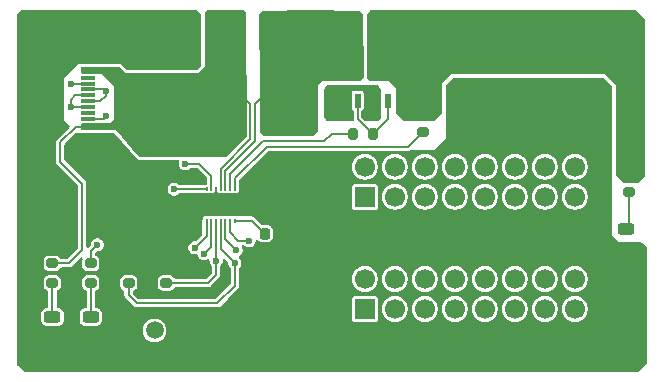
<source format=gtl>
%TF.GenerationSoftware,KiCad,Pcbnew,9.0.6*%
%TF.CreationDate,2026-01-08T22:49:20+05:30*%
%TF.ProjectId,USB_PD_Trigger,5553425f-5044-45f5-9472-69676765722e,rev?*%
%TF.SameCoordinates,Original*%
%TF.FileFunction,Copper,L1,Top*%
%TF.FilePolarity,Positive*%
%FSLAX46Y46*%
G04 Gerber Fmt 4.6, Leading zero omitted, Abs format (unit mm)*
G04 Created by KiCad (PCBNEW 9.0.6) date 2026-01-08 22:49:20*
%MOMM*%
%LPD*%
G01*
G04 APERTURE LIST*
G04 Aperture macros list*
%AMRoundRect*
0 Rectangle with rounded corners*
0 $1 Rounding radius*
0 $2 $3 $4 $5 $6 $7 $8 $9 X,Y pos of 4 corners*
0 Add a 4 corners polygon primitive as box body*
4,1,4,$2,$3,$4,$5,$6,$7,$8,$9,$2,$3,0*
0 Add four circle primitives for the rounded corners*
1,1,$1+$1,$2,$3*
1,1,$1+$1,$4,$5*
1,1,$1+$1,$6,$7*
1,1,$1+$1,$8,$9*
0 Add four rect primitives between the rounded corners*
20,1,$1+$1,$2,$3,$4,$5,0*
20,1,$1+$1,$4,$5,$6,$7,0*
20,1,$1+$1,$6,$7,$8,$9,0*
20,1,$1+$1,$8,$9,$2,$3,0*%
G04 Aperture macros list end*
%TA.AperFunction,SMDPad,CuDef*%
%ADD10R,0.270000X0.450000*%
%TD*%
%TA.AperFunction,SMDPad,CuDef*%
%ADD11R,2.700000X1.800000*%
%TD*%
%TA.AperFunction,SMDPad,CuDef*%
%ADD12R,0.610000X1.270000*%
%TD*%
%TA.AperFunction,SMDPad,CuDef*%
%ADD13R,0.610000X0.710000*%
%TD*%
%TA.AperFunction,SMDPad,CuDef*%
%ADD14R,1.910000X0.310000*%
%TD*%
%TA.AperFunction,SMDPad,CuDef*%
%ADD15R,1.650000X3.500000*%
%TD*%
%TA.AperFunction,ComponentPad*%
%ADD16O,1.803400X0.990600*%
%TD*%
%TA.AperFunction,ComponentPad*%
%ADD17O,2.209800X0.990600*%
%TD*%
%TA.AperFunction,SMDPad,CuDef*%
%ADD18R,1.143000X0.609600*%
%TD*%
%TA.AperFunction,SMDPad,CuDef*%
%ADD19R,1.143000X0.304800*%
%TD*%
%TA.AperFunction,SMDPad,CuDef*%
%ADD20RoundRect,0.250000X-0.650000X0.325000X-0.650000X-0.325000X0.650000X-0.325000X0.650000X0.325000X0*%
%TD*%
%TA.AperFunction,SMDPad,CuDef*%
%ADD21RoundRect,0.200000X0.275000X-0.200000X0.275000X0.200000X-0.275000X0.200000X-0.275000X-0.200000X0*%
%TD*%
%TA.AperFunction,SMDPad,CuDef*%
%ADD22RoundRect,0.225000X-0.250000X0.225000X-0.250000X-0.225000X0.250000X-0.225000X0.250000X0.225000X0*%
%TD*%
%TA.AperFunction,ComponentPad*%
%ADD23R,1.700000X1.700000*%
%TD*%
%TA.AperFunction,ComponentPad*%
%ADD24C,1.700000*%
%TD*%
%TA.AperFunction,SMDPad,CuDef*%
%ADD25RoundRect,0.200000X-0.275000X0.200000X-0.275000X-0.200000X0.275000X-0.200000X0.275000X0.200000X0*%
%TD*%
%TA.AperFunction,SMDPad,CuDef*%
%ADD26RoundRect,0.243750X0.456250X-0.243750X0.456250X0.243750X-0.456250X0.243750X-0.456250X-0.243750X0*%
%TD*%
%TA.AperFunction,SMDPad,CuDef*%
%ADD27RoundRect,0.225000X0.250000X-0.225000X0.250000X0.225000X-0.250000X0.225000X-0.250000X-0.225000X0*%
%TD*%
%TA.AperFunction,SMDPad,CuDef*%
%ADD28RoundRect,0.250000X-0.312500X-0.625000X0.312500X-0.625000X0.312500X0.625000X-0.312500X0.625000X0*%
%TD*%
%TA.AperFunction,SMDPad,CuDef*%
%ADD29RoundRect,0.200000X0.200000X0.275000X-0.200000X0.275000X-0.200000X-0.275000X0.200000X-0.275000X0*%
%TD*%
%TA.AperFunction,ComponentPad*%
%ADD30RoundRect,0.250000X1.050000X-1.050000X1.050000X1.050000X-1.050000X1.050000X-1.050000X-1.050000X0*%
%TD*%
%TA.AperFunction,ComponentPad*%
%ADD31C,2.600000*%
%TD*%
%TA.AperFunction,SMDPad,CuDef*%
%ADD32RoundRect,0.225000X-0.225000X-0.250000X0.225000X-0.250000X0.225000X0.250000X-0.225000X0.250000X0*%
%TD*%
%TA.AperFunction,SMDPad,CuDef*%
%ADD33RoundRect,0.250000X0.650000X-0.325000X0.650000X0.325000X-0.650000X0.325000X-0.650000X-0.325000X0*%
%TD*%
%TA.AperFunction,ComponentPad*%
%ADD34C,1.500000*%
%TD*%
%TA.AperFunction,ViaPad*%
%ADD35C,0.600000*%
%TD*%
%TA.AperFunction,Conductor*%
%ADD36C,0.152000*%
%TD*%
%TA.AperFunction,Conductor*%
%ADD37C,0.200000*%
%TD*%
%TA.AperFunction,Conductor*%
%ADD38C,0.250000*%
%TD*%
G04 APERTURE END LIST*
D10*
X143720000Y-107635000D03*
X143320000Y-107635000D03*
X142920000Y-107635000D03*
X142520000Y-107635000D03*
X142120000Y-107635000D03*
X141720000Y-107635000D03*
X141320000Y-107635000D03*
X141320000Y-110285000D03*
X141720000Y-110285000D03*
X142120000Y-110285000D03*
X142520000Y-110285000D03*
X142920000Y-110285000D03*
X143320000Y-110285000D03*
X143720000Y-110285000D03*
D11*
X142520000Y-108960000D03*
D12*
X152840000Y-100123000D03*
X154110000Y-100123000D03*
X155380000Y-100123000D03*
X156650000Y-100123000D03*
D13*
X156650000Y-94147000D03*
X155380000Y-94147000D03*
X154110000Y-94147000D03*
X152840000Y-94147000D03*
D14*
X153490000Y-94657000D03*
D15*
X153618000Y-96562000D03*
X155872000Y-96562000D03*
D14*
X156000000Y-94657000D03*
D16*
X130748200Y-95615001D03*
D17*
X126748199Y-95615001D03*
D16*
X130748200Y-104255001D03*
D17*
X126748199Y-104255001D03*
D18*
X131323199Y-96735000D03*
X131323199Y-97535001D03*
D19*
X131323199Y-98685001D03*
X131323199Y-99685001D03*
X131323199Y-100185001D03*
X131323199Y-101185001D03*
D18*
X131323199Y-103135000D03*
X131323199Y-102335001D03*
D19*
X131323199Y-101685061D03*
X131323199Y-100685060D03*
X131323199Y-99185061D03*
X131323199Y-98185060D03*
D20*
X149545000Y-102285000D03*
X149545000Y-105235000D03*
X146995000Y-102285000D03*
X146995000Y-105235000D03*
D21*
X134720000Y-115560000D03*
X134720000Y-113910000D03*
D22*
X136320000Y-104435000D03*
X136320000Y-105985000D03*
D23*
X128580000Y-110770000D03*
D24*
X128580000Y-108230000D03*
D25*
X177120000Y-106259999D03*
X177120000Y-107909999D03*
D26*
X176870000Y-112872500D03*
X176870000Y-110997500D03*
D22*
X166120000Y-97210000D03*
X166120000Y-98760000D03*
D26*
X131520000Y-120322500D03*
X131520000Y-118447500D03*
D27*
X139670000Y-98410000D03*
X139670000Y-96860000D03*
D25*
X159670000Y-101110000D03*
X159670000Y-102760000D03*
D23*
X154710000Y-117775000D03*
D24*
X154710000Y-115235000D03*
X157250000Y-117775000D03*
X157250000Y-115235000D03*
X159790000Y-117775000D03*
X159790000Y-115235000D03*
X162330000Y-117775000D03*
X162330000Y-115235000D03*
X164870000Y-117775000D03*
X164870000Y-115235000D03*
X167410000Y-117775000D03*
X167410000Y-115235000D03*
X169950000Y-117775000D03*
X169950000Y-115235000D03*
X172490000Y-117775000D03*
X172490000Y-115235000D03*
D25*
X131520000Y-113910000D03*
X131520000Y-115560000D03*
D28*
X143757500Y-99485000D03*
X146682500Y-99485000D03*
D29*
X155370000Y-102935000D03*
X153720000Y-102935000D03*
D25*
X128270000Y-113910000D03*
X128270000Y-115560000D03*
D30*
X174092500Y-100385000D03*
D31*
X174092500Y-95385000D03*
D32*
X146245000Y-111385000D03*
X147795000Y-111385000D03*
D33*
X136070000Y-98970000D03*
X136070000Y-96020000D03*
D23*
X154710000Y-108275000D03*
D24*
X154710000Y-105735000D03*
X157250000Y-108275000D03*
X157250000Y-105735000D03*
X159790000Y-108275000D03*
X159790000Y-105735000D03*
X162330000Y-108275000D03*
X162330000Y-105735000D03*
X164870000Y-108275000D03*
X164870000Y-105735000D03*
X167410000Y-108275000D03*
X167410000Y-105735000D03*
X169950000Y-108275000D03*
X169950000Y-105735000D03*
X172490000Y-108275000D03*
X172490000Y-105735000D03*
D34*
X136920000Y-119585000D03*
D20*
X163120000Y-96535000D03*
X163120000Y-99485000D03*
D26*
X128270000Y-120322500D03*
X128270000Y-118447500D03*
D21*
X137920000Y-115560000D03*
X137920000Y-113910000D03*
D35*
X140320000Y-112585000D03*
X141120000Y-113085000D03*
X132773200Y-101460200D03*
X129820000Y-98685000D03*
X129820000Y-100685000D03*
X132770000Y-99285000D03*
X138570000Y-107635000D03*
X132070000Y-112335000D03*
X142120000Y-113685000D03*
X143720000Y-113885000D03*
X144920000Y-111985000D03*
X143820000Y-112785000D03*
X139520000Y-105485000D03*
D36*
X142120000Y-107635000D02*
X142120000Y-108560000D01*
X142120000Y-108560000D02*
X142520000Y-108960000D01*
D37*
X128270000Y-113910000D02*
X129635000Y-113910000D01*
X142520000Y-107635000D02*
X142520000Y-105885000D01*
X130800000Y-107175000D02*
X128930000Y-105305000D01*
X129635000Y-113910000D02*
X130800000Y-112745000D01*
X130800000Y-112745000D02*
X130800000Y-107175000D01*
X142520000Y-105885000D02*
X145020000Y-103385000D01*
X145020000Y-100385000D02*
X144120000Y-99485000D01*
X130259999Y-102335001D02*
X131323199Y-102335001D01*
D36*
X144120000Y-99485000D02*
X143557500Y-99485000D01*
D37*
X128930000Y-105305000D02*
X128930000Y-103665000D01*
X128930000Y-103665000D02*
X130259999Y-102335001D01*
X145020000Y-103385000D02*
X145020000Y-100385000D01*
X145145000Y-110285000D02*
X146245000Y-111385000D01*
X143720000Y-110285000D02*
X145145000Y-110285000D01*
X141320000Y-111585000D02*
X140320000Y-112585000D01*
X141320000Y-110285000D02*
X141320000Y-111585000D01*
X141720000Y-112485000D02*
X141120000Y-113085000D01*
X141720000Y-110285000D02*
X141720000Y-112485000D01*
X142920000Y-107635000D02*
X142920000Y-106085000D01*
X142920000Y-106085000D02*
X145420000Y-103585000D01*
X145420000Y-103585000D02*
X145420000Y-100385000D01*
D36*
X146320000Y-99485000D02*
X146482500Y-99485000D01*
D37*
X145420000Y-100385000D02*
X146320000Y-99485000D01*
X128270000Y-115560000D02*
X128270000Y-118447500D01*
X177120000Y-107909999D02*
X177120000Y-110747500D01*
X177120000Y-110747500D02*
X176870000Y-110997500D01*
X131520000Y-115560000D02*
X131520000Y-118447500D01*
D36*
X132649939Y-101685061D02*
X131323199Y-101685061D01*
X132773200Y-101460200D02*
X132773200Y-101561800D01*
X132773200Y-101561800D02*
X132649939Y-101685061D01*
D37*
X131323199Y-98685001D02*
X129820000Y-98685000D01*
X130219999Y-99685001D02*
X129820000Y-100085000D01*
D38*
X131323259Y-100685000D02*
X131323199Y-100685060D01*
D37*
X131323199Y-100685060D02*
X129820060Y-100685060D01*
D38*
X129820060Y-100685060D02*
X129820000Y-100685000D01*
D37*
X129820000Y-100085000D02*
X129820000Y-100685000D01*
X131323199Y-99685001D02*
X130219999Y-99685001D01*
X132770000Y-99710000D02*
X132294999Y-100185001D01*
X132770000Y-99285000D02*
X132770000Y-99710000D01*
D36*
X132770000Y-99285000D02*
X132670061Y-99185061D01*
D37*
X132670061Y-99185061D02*
X131323199Y-99185061D01*
X132294999Y-100185001D02*
X131323199Y-100185001D01*
X151920000Y-102935000D02*
X153720000Y-102935000D01*
X143320000Y-107635000D02*
X143320000Y-106385000D01*
X151270000Y-103585000D02*
X151920000Y-102935000D01*
X143320000Y-106385000D02*
X146120000Y-103585000D01*
X146120000Y-103585000D02*
X151270000Y-103585000D01*
X156650000Y-101655000D02*
X156650000Y-100123000D01*
X155370000Y-102935000D02*
X156650000Y-101655000D01*
X154110000Y-101675000D02*
X154110000Y-100123000D01*
X155370000Y-102935000D02*
X154110000Y-101675000D01*
X143720000Y-107635000D02*
X143720000Y-106710000D01*
D36*
X159645000Y-102760000D02*
X159670000Y-102760000D01*
D37*
X146395000Y-104035000D02*
X158370000Y-104035000D01*
X143720000Y-106710000D02*
X146395000Y-104035000D01*
X158370000Y-104035000D02*
X159645000Y-102760000D01*
X138570000Y-107635000D02*
X141320000Y-107635000D01*
X131520000Y-112885000D02*
X132070000Y-112335000D01*
X131520000Y-113910000D02*
X131520000Y-112885000D01*
X142120000Y-113685000D02*
X142120000Y-114885000D01*
X141445000Y-115560000D02*
X137920000Y-115560000D01*
X142120000Y-110285000D02*
X142120000Y-113685000D01*
X142120000Y-114885000D02*
X141445000Y-115560000D01*
X142520000Y-112685000D02*
X143720000Y-113885000D01*
X135420000Y-117285000D02*
X134720000Y-116585000D01*
X143720000Y-115785000D02*
X142220000Y-117285000D01*
X142520000Y-110285000D02*
X142520000Y-112685000D01*
X143720000Y-113885000D02*
X143720000Y-115785000D01*
X142220000Y-117285000D02*
X135420000Y-117285000D01*
X134720000Y-116585000D02*
X134720000Y-115560000D01*
X144020000Y-111985000D02*
X143320000Y-111285000D01*
X143320000Y-111285000D02*
X143320000Y-110285000D01*
X144920000Y-111985000D02*
X144020000Y-111985000D01*
X142920000Y-111885000D02*
X142920000Y-110285000D01*
X143820000Y-112785000D02*
X142920000Y-111885000D01*
X140720000Y-105485000D02*
X139520000Y-105485000D01*
X141720000Y-107635000D02*
X141720000Y-106485000D01*
X141720000Y-106485000D02*
X140720000Y-105485000D01*
%TA.AperFunction,Conductor*%
G36*
X140542745Y-92505185D02*
G01*
X140555080Y-92514233D01*
X140775384Y-92697820D01*
X140814282Y-92755858D01*
X140820000Y-92793078D01*
X140820000Y-97183638D01*
X140800315Y-97250677D01*
X140783681Y-97271319D01*
X140556319Y-97498681D01*
X140494996Y-97532166D01*
X140468638Y-97535000D01*
X134667939Y-97535000D01*
X134600900Y-97515315D01*
X134584528Y-97502753D01*
X134070001Y-97035000D01*
X134070000Y-97035000D01*
X130432500Y-97035000D01*
X130432499Y-97035000D01*
X129220000Y-98247499D01*
X129220000Y-101772500D01*
X129685728Y-102238228D01*
X129719213Y-102299551D01*
X129714229Y-102369243D01*
X129685728Y-102413590D01*
X128649531Y-103449786D01*
X128649529Y-103449789D01*
X128608828Y-103520287D01*
X128608825Y-103520291D01*
X128603387Y-103529708D01*
X128603387Y-103529709D01*
X128579500Y-103618856D01*
X128579500Y-105351145D01*
X128602997Y-105438840D01*
X128603383Y-105440281D01*
X128603388Y-105440292D01*
X128649527Y-105520208D01*
X128649531Y-105520213D01*
X130413181Y-107283862D01*
X130446666Y-107345185D01*
X130449500Y-107371543D01*
X130449500Y-112548456D01*
X130429815Y-112615495D01*
X130413181Y-112636137D01*
X129526137Y-113523181D01*
X129464814Y-113556666D01*
X129438456Y-113559500D01*
X129055480Y-113559500D01*
X128988441Y-113539815D01*
X128954968Y-113503371D01*
X128953311Y-113504595D01*
X128917840Y-113456533D01*
X128867150Y-113387850D01*
X128757882Y-113307207D01*
X128757880Y-113307206D01*
X128629700Y-113262353D01*
X128599270Y-113259500D01*
X128599266Y-113259500D01*
X127940734Y-113259500D01*
X127940730Y-113259500D01*
X127910300Y-113262353D01*
X127910298Y-113262353D01*
X127782119Y-113307206D01*
X127782117Y-113307207D01*
X127672850Y-113387850D01*
X127592207Y-113497117D01*
X127592206Y-113497119D01*
X127547353Y-113625298D01*
X127547353Y-113625300D01*
X127544500Y-113655730D01*
X127544500Y-114164269D01*
X127547353Y-114194699D01*
X127547353Y-114194701D01*
X127592206Y-114322880D01*
X127592207Y-114322882D01*
X127672850Y-114432150D01*
X127782118Y-114512793D01*
X127797205Y-114518072D01*
X127910299Y-114557646D01*
X127940730Y-114560500D01*
X127940734Y-114560500D01*
X128599270Y-114560500D01*
X128629699Y-114557646D01*
X128629701Y-114557646D01*
X128693790Y-114535219D01*
X128757882Y-114512793D01*
X128867150Y-114432150D01*
X128947793Y-114322882D01*
X128947794Y-114322880D01*
X128953311Y-114315405D01*
X128955285Y-114316862D01*
X128994580Y-114276485D01*
X129055480Y-114260500D01*
X129681142Y-114260500D01*
X129681144Y-114260500D01*
X129770288Y-114236614D01*
X129850212Y-114190470D01*
X130618801Y-113421880D01*
X130680122Y-113388397D01*
X130749813Y-113393381D01*
X130805747Y-113435253D01*
X130830164Y-113500717D01*
X130823521Y-113550518D01*
X130797354Y-113625298D01*
X130797353Y-113625300D01*
X130794500Y-113655730D01*
X130794500Y-114164269D01*
X130797353Y-114194699D01*
X130797353Y-114194701D01*
X130842206Y-114322880D01*
X130842207Y-114322882D01*
X130922850Y-114432150D01*
X131032118Y-114512793D01*
X131047205Y-114518072D01*
X131160299Y-114557646D01*
X131190730Y-114560500D01*
X131190734Y-114560500D01*
X131849270Y-114560500D01*
X131879699Y-114557646D01*
X131879701Y-114557646D01*
X131943790Y-114535219D01*
X132007882Y-114512793D01*
X132117150Y-114432150D01*
X132197793Y-114322882D01*
X132220219Y-114258790D01*
X132242646Y-114194701D01*
X132242646Y-114194699D01*
X132245500Y-114164269D01*
X132245500Y-113655730D01*
X132242646Y-113625300D01*
X132242646Y-113625298D01*
X132205012Y-113517749D01*
X132197793Y-113497118D01*
X132117150Y-113387850D01*
X132007882Y-113307207D01*
X132003647Y-113305725D01*
X131953544Y-113288193D01*
X131934554Y-113274572D01*
X131913297Y-113264865D01*
X131906693Y-113254590D01*
X131896768Y-113247471D01*
X131888156Y-113225744D01*
X131875523Y-113206087D01*
X131872767Y-113186921D01*
X131871022Y-113182518D01*
X131870500Y-113171152D01*
X131870500Y-113081544D01*
X131890185Y-113014505D01*
X131906819Y-112993863D01*
X131978863Y-112921819D01*
X132040186Y-112888334D01*
X132066544Y-112885500D01*
X132142472Y-112885500D01*
X132142475Y-112885500D01*
X132282485Y-112847984D01*
X132408015Y-112775509D01*
X132510509Y-112673015D01*
X132582984Y-112547485D01*
X132620500Y-112407475D01*
X132620500Y-112262525D01*
X132582984Y-112122515D01*
X132553828Y-112072016D01*
X132510511Y-111996988D01*
X132510506Y-111996982D01*
X132408017Y-111894493D01*
X132408011Y-111894488D01*
X132282488Y-111822017D01*
X132282489Y-111822017D01*
X132271006Y-111818940D01*
X132142475Y-111784500D01*
X131997525Y-111784500D01*
X131868993Y-111818940D01*
X131857511Y-111822017D01*
X131731988Y-111894488D01*
X131731982Y-111894493D01*
X131629493Y-111996982D01*
X131629488Y-111996988D01*
X131557017Y-112122511D01*
X131557016Y-112122515D01*
X131519500Y-112262525D01*
X131519500Y-112262527D01*
X131519500Y-112338456D01*
X131510855Y-112367896D01*
X131504332Y-112397883D01*
X131500577Y-112402898D01*
X131499815Y-112405495D01*
X131483181Y-112426137D01*
X131362181Y-112547137D01*
X131300858Y-112580622D01*
X131231166Y-112575638D01*
X131175233Y-112533766D01*
X131150816Y-112468302D01*
X131150500Y-112459456D01*
X131150500Y-107128858D01*
X131150500Y-107128856D01*
X131126614Y-107039712D01*
X131126611Y-107039706D01*
X131080473Y-106959794D01*
X131080470Y-106959791D01*
X131080469Y-106959788D01*
X131015212Y-106894531D01*
X130260137Y-106139456D01*
X129316819Y-105196137D01*
X129283334Y-105134814D01*
X129280500Y-105108456D01*
X129280500Y-103861544D01*
X129300185Y-103794505D01*
X129316819Y-103773863D01*
X130219363Y-102871319D01*
X130280686Y-102837834D01*
X130307044Y-102835000D01*
X133414416Y-102835000D01*
X133481455Y-102854685D01*
X133506983Y-102876493D01*
X134851967Y-104385500D01*
X135520000Y-105135000D01*
X136013214Y-105135000D01*
X136021186Y-105135427D01*
X136021192Y-105135322D01*
X136024495Y-105135497D01*
X136024515Y-105135500D01*
X136615484Y-105135499D01*
X136615485Y-105135498D01*
X136618807Y-105135321D01*
X136618812Y-105135426D01*
X136626775Y-105135000D01*
X138882263Y-105135000D01*
X138949302Y-105154685D01*
X138995057Y-105207489D01*
X139005001Y-105276647D01*
X139002038Y-105291089D01*
X138969500Y-105412525D01*
X138969500Y-105557475D01*
X138998467Y-105665579D01*
X139007017Y-105697488D01*
X139079488Y-105823011D01*
X139079490Y-105823013D01*
X139079491Y-105823015D01*
X139181985Y-105925509D01*
X139181986Y-105925510D01*
X139181988Y-105925511D01*
X139307511Y-105997982D01*
X139307512Y-105997982D01*
X139307515Y-105997984D01*
X139447525Y-106035500D01*
X139447528Y-106035500D01*
X139592472Y-106035500D01*
X139592475Y-106035500D01*
X139732485Y-105997984D01*
X139858015Y-105925509D01*
X139911705Y-105871819D01*
X139973028Y-105838334D01*
X139999386Y-105835500D01*
X140523456Y-105835500D01*
X140590495Y-105855185D01*
X140611137Y-105871819D01*
X141333181Y-106593863D01*
X141366666Y-106655186D01*
X141369500Y-106681544D01*
X141369500Y-107155500D01*
X141367745Y-107161474D01*
X141368909Y-107167591D01*
X141358018Y-107194600D01*
X141349815Y-107222539D01*
X141345109Y-107226615D01*
X141342781Y-107232392D01*
X141319012Y-107249229D01*
X141297011Y-107268294D01*
X141289563Y-107270091D01*
X141285768Y-107272780D01*
X141261944Y-107276755D01*
X141251095Y-107279374D01*
X141248291Y-107279500D01*
X141172146Y-107279501D01*
X141149772Y-107283950D01*
X141140395Y-107284374D01*
X141139158Y-107284070D01*
X141134800Y-107284500D01*
X139049386Y-107284500D01*
X138982347Y-107264815D01*
X138961705Y-107248181D01*
X138908017Y-107194493D01*
X138908011Y-107194488D01*
X138782488Y-107122017D01*
X138782489Y-107122017D01*
X138771006Y-107118940D01*
X138642475Y-107084500D01*
X138497525Y-107084500D01*
X138368993Y-107118940D01*
X138357511Y-107122017D01*
X138231988Y-107194488D01*
X138231982Y-107194493D01*
X138129493Y-107296982D01*
X138129488Y-107296988D01*
X138057017Y-107422511D01*
X138057016Y-107422515D01*
X138019500Y-107562525D01*
X138019500Y-107707475D01*
X138057016Y-107847485D01*
X138057017Y-107847488D01*
X138129488Y-107973011D01*
X138129490Y-107973013D01*
X138129491Y-107973015D01*
X138231985Y-108075509D01*
X138231986Y-108075510D01*
X138231988Y-108075511D01*
X138357511Y-108147982D01*
X138357512Y-108147982D01*
X138357515Y-108147984D01*
X138497525Y-108185500D01*
X138497528Y-108185500D01*
X138642472Y-108185500D01*
X138642475Y-108185500D01*
X138782485Y-108147984D01*
X138908015Y-108075509D01*
X138961705Y-108021819D01*
X139023028Y-107988334D01*
X139049386Y-107985500D01*
X141134793Y-107985500D01*
X141158982Y-107987882D01*
X141161032Y-107988289D01*
X141172145Y-107990500D01*
X141467854Y-107990499D01*
X141481447Y-107987795D01*
X141495813Y-107984939D01*
X141544186Y-107984939D01*
X141572145Y-107990500D01*
X141867854Y-107990499D01*
X141905919Y-107982929D01*
X141949086Y-107954086D01*
X141977929Y-107910919D01*
X141980701Y-107896980D01*
X141982172Y-107893123D01*
X141982085Y-107890841D01*
X141986604Y-107881509D01*
X141995500Y-107858196D01*
X141999830Y-107850850D01*
X142000469Y-107850212D01*
X142012870Y-107828731D01*
X142013182Y-107828204D01*
X142038255Y-107804728D01*
X142063180Y-107780963D01*
X142063758Y-107780851D01*
X142064186Y-107780451D01*
X142097937Y-107774264D01*
X142131787Y-107767740D01*
X142132333Y-107767958D01*
X142132911Y-107767853D01*
X142164700Y-107780917D01*
X142196652Y-107793709D01*
X142197107Y-107794235D01*
X142197536Y-107794411D01*
X142198681Y-107796051D01*
X142227386Y-107829177D01*
X142243594Y-107857249D01*
X142241770Y-107858302D01*
X142259299Y-107896982D01*
X142262070Y-107910917D01*
X142262071Y-107910919D01*
X142290914Y-107954086D01*
X142319238Y-107973011D01*
X142334079Y-107982928D01*
X142334081Y-107982929D01*
X142372145Y-107990500D01*
X142667854Y-107990499D01*
X142681447Y-107987795D01*
X142695813Y-107984939D01*
X142744186Y-107984939D01*
X142772145Y-107990500D01*
X143067854Y-107990499D01*
X143081447Y-107987795D01*
X143095813Y-107984939D01*
X143144186Y-107984939D01*
X143172145Y-107990500D01*
X143467854Y-107990499D01*
X143481447Y-107987795D01*
X143495813Y-107984939D01*
X143544186Y-107984939D01*
X143572145Y-107990500D01*
X143867854Y-107990499D01*
X143905919Y-107982929D01*
X143949086Y-107954086D01*
X143977929Y-107910919D01*
X143980701Y-107896981D01*
X143998234Y-107858307D01*
X143996405Y-107857251D01*
X144002043Y-107847485D01*
X144046614Y-107770288D01*
X144070500Y-107681144D01*
X144070500Y-107400321D01*
X153609500Y-107400321D01*
X153609500Y-109149678D01*
X153624032Y-109222735D01*
X153624033Y-109222739D01*
X153624034Y-109222740D01*
X153679399Y-109305601D01*
X153762260Y-109360966D01*
X153762264Y-109360967D01*
X153835321Y-109375499D01*
X153835324Y-109375500D01*
X153835326Y-109375500D01*
X155584676Y-109375500D01*
X155584677Y-109375499D01*
X155657740Y-109360966D01*
X155740601Y-109305601D01*
X155795966Y-109222740D01*
X155810500Y-109149674D01*
X155810500Y-108188389D01*
X156149500Y-108188389D01*
X156149500Y-108361610D01*
X156173444Y-108512792D01*
X156176598Y-108532701D01*
X156230127Y-108697445D01*
X156308768Y-108851788D01*
X156410586Y-108991928D01*
X156533072Y-109114414D01*
X156673212Y-109216232D01*
X156827555Y-109294873D01*
X156992299Y-109348402D01*
X157163389Y-109375500D01*
X157163390Y-109375500D01*
X157336610Y-109375500D01*
X157336611Y-109375500D01*
X157507701Y-109348402D01*
X157672445Y-109294873D01*
X157826788Y-109216232D01*
X157966928Y-109114414D01*
X158089414Y-108991928D01*
X158191232Y-108851788D01*
X158269873Y-108697445D01*
X158323402Y-108532701D01*
X158350500Y-108361611D01*
X158350500Y-108188389D01*
X158689500Y-108188389D01*
X158689500Y-108361610D01*
X158713444Y-108512792D01*
X158716598Y-108532701D01*
X158770127Y-108697445D01*
X158848768Y-108851788D01*
X158950586Y-108991928D01*
X159073072Y-109114414D01*
X159213212Y-109216232D01*
X159367555Y-109294873D01*
X159532299Y-109348402D01*
X159703389Y-109375500D01*
X159703390Y-109375500D01*
X159876610Y-109375500D01*
X159876611Y-109375500D01*
X160047701Y-109348402D01*
X160212445Y-109294873D01*
X160366788Y-109216232D01*
X160506928Y-109114414D01*
X160629414Y-108991928D01*
X160731232Y-108851788D01*
X160809873Y-108697445D01*
X160863402Y-108532701D01*
X160890500Y-108361611D01*
X160890500Y-108188389D01*
X161229500Y-108188389D01*
X161229500Y-108361610D01*
X161253444Y-108512792D01*
X161256598Y-108532701D01*
X161310127Y-108697445D01*
X161388768Y-108851788D01*
X161490586Y-108991928D01*
X161613072Y-109114414D01*
X161753212Y-109216232D01*
X161907555Y-109294873D01*
X162072299Y-109348402D01*
X162243389Y-109375500D01*
X162243390Y-109375500D01*
X162416610Y-109375500D01*
X162416611Y-109375500D01*
X162587701Y-109348402D01*
X162752445Y-109294873D01*
X162906788Y-109216232D01*
X163046928Y-109114414D01*
X163169414Y-108991928D01*
X163271232Y-108851788D01*
X163349873Y-108697445D01*
X163403402Y-108532701D01*
X163430500Y-108361611D01*
X163430500Y-108188389D01*
X163769500Y-108188389D01*
X163769500Y-108361610D01*
X163793444Y-108512792D01*
X163796598Y-108532701D01*
X163850127Y-108697445D01*
X163928768Y-108851788D01*
X164030586Y-108991928D01*
X164153072Y-109114414D01*
X164293212Y-109216232D01*
X164447555Y-109294873D01*
X164612299Y-109348402D01*
X164783389Y-109375500D01*
X164783390Y-109375500D01*
X164956610Y-109375500D01*
X164956611Y-109375500D01*
X165127701Y-109348402D01*
X165292445Y-109294873D01*
X165446788Y-109216232D01*
X165586928Y-109114414D01*
X165709414Y-108991928D01*
X165811232Y-108851788D01*
X165889873Y-108697445D01*
X165943402Y-108532701D01*
X165970500Y-108361611D01*
X165970500Y-108188389D01*
X166309500Y-108188389D01*
X166309500Y-108361610D01*
X166333444Y-108512792D01*
X166336598Y-108532701D01*
X166390127Y-108697445D01*
X166468768Y-108851788D01*
X166570586Y-108991928D01*
X166693072Y-109114414D01*
X166833212Y-109216232D01*
X166987555Y-109294873D01*
X167152299Y-109348402D01*
X167323389Y-109375500D01*
X167323390Y-109375500D01*
X167496610Y-109375500D01*
X167496611Y-109375500D01*
X167667701Y-109348402D01*
X167832445Y-109294873D01*
X167986788Y-109216232D01*
X168126928Y-109114414D01*
X168249414Y-108991928D01*
X168351232Y-108851788D01*
X168429873Y-108697445D01*
X168483402Y-108532701D01*
X168510500Y-108361611D01*
X168510500Y-108188389D01*
X168849500Y-108188389D01*
X168849500Y-108361610D01*
X168873444Y-108512792D01*
X168876598Y-108532701D01*
X168930127Y-108697445D01*
X169008768Y-108851788D01*
X169110586Y-108991928D01*
X169233072Y-109114414D01*
X169373212Y-109216232D01*
X169527555Y-109294873D01*
X169692299Y-109348402D01*
X169863389Y-109375500D01*
X169863390Y-109375500D01*
X170036610Y-109375500D01*
X170036611Y-109375500D01*
X170207701Y-109348402D01*
X170372445Y-109294873D01*
X170526788Y-109216232D01*
X170666928Y-109114414D01*
X170789414Y-108991928D01*
X170891232Y-108851788D01*
X170969873Y-108697445D01*
X171023402Y-108532701D01*
X171050500Y-108361611D01*
X171050500Y-108188389D01*
X171389500Y-108188389D01*
X171389500Y-108361610D01*
X171413444Y-108512792D01*
X171416598Y-108532701D01*
X171470127Y-108697445D01*
X171548768Y-108851788D01*
X171650586Y-108991928D01*
X171773072Y-109114414D01*
X171913212Y-109216232D01*
X172067555Y-109294873D01*
X172232299Y-109348402D01*
X172403389Y-109375500D01*
X172403390Y-109375500D01*
X172576610Y-109375500D01*
X172576611Y-109375500D01*
X172747701Y-109348402D01*
X172912445Y-109294873D01*
X173066788Y-109216232D01*
X173206928Y-109114414D01*
X173329414Y-108991928D01*
X173431232Y-108851788D01*
X173509873Y-108697445D01*
X173563402Y-108532701D01*
X173590500Y-108361611D01*
X173590500Y-108188389D01*
X173563402Y-108017299D01*
X173509873Y-107852555D01*
X173431232Y-107698212D01*
X173329414Y-107558072D01*
X173206928Y-107435586D01*
X173066788Y-107333768D01*
X172912445Y-107255127D01*
X172747701Y-107201598D01*
X172747699Y-107201597D01*
X172747698Y-107201597D01*
X172616271Y-107180781D01*
X172576611Y-107174500D01*
X172403389Y-107174500D01*
X172363728Y-107180781D01*
X172232302Y-107201597D01*
X172067552Y-107255128D01*
X171913211Y-107333768D01*
X171861219Y-107371543D01*
X171773072Y-107435586D01*
X171773070Y-107435588D01*
X171773069Y-107435588D01*
X171650588Y-107558069D01*
X171650588Y-107558070D01*
X171650586Y-107558072D01*
X171606859Y-107618256D01*
X171548768Y-107698211D01*
X171470128Y-107852552D01*
X171416597Y-108017302D01*
X171389500Y-108188389D01*
X171050500Y-108188389D01*
X171023402Y-108017299D01*
X170969873Y-107852555D01*
X170891232Y-107698212D01*
X170789414Y-107558072D01*
X170666928Y-107435586D01*
X170526788Y-107333768D01*
X170372445Y-107255127D01*
X170207701Y-107201598D01*
X170207699Y-107201597D01*
X170207698Y-107201597D01*
X170076271Y-107180781D01*
X170036611Y-107174500D01*
X169863389Y-107174500D01*
X169823728Y-107180781D01*
X169692302Y-107201597D01*
X169527552Y-107255128D01*
X169373211Y-107333768D01*
X169321219Y-107371543D01*
X169233072Y-107435586D01*
X169233070Y-107435588D01*
X169233069Y-107435588D01*
X169110588Y-107558069D01*
X169110588Y-107558070D01*
X169110586Y-107558072D01*
X169066859Y-107618256D01*
X169008768Y-107698211D01*
X168930128Y-107852552D01*
X168876597Y-108017302D01*
X168849500Y-108188389D01*
X168510500Y-108188389D01*
X168483402Y-108017299D01*
X168429873Y-107852555D01*
X168351232Y-107698212D01*
X168249414Y-107558072D01*
X168126928Y-107435586D01*
X167986788Y-107333768D01*
X167832445Y-107255127D01*
X167667701Y-107201598D01*
X167667699Y-107201597D01*
X167667698Y-107201597D01*
X167536271Y-107180781D01*
X167496611Y-107174500D01*
X167323389Y-107174500D01*
X167283728Y-107180781D01*
X167152302Y-107201597D01*
X166987552Y-107255128D01*
X166833211Y-107333768D01*
X166781219Y-107371543D01*
X166693072Y-107435586D01*
X166693070Y-107435588D01*
X166693069Y-107435588D01*
X166570588Y-107558069D01*
X166570588Y-107558070D01*
X166570586Y-107558072D01*
X166526859Y-107618256D01*
X166468768Y-107698211D01*
X166390128Y-107852552D01*
X166336597Y-108017302D01*
X166309500Y-108188389D01*
X165970500Y-108188389D01*
X165943402Y-108017299D01*
X165889873Y-107852555D01*
X165811232Y-107698212D01*
X165709414Y-107558072D01*
X165586928Y-107435586D01*
X165446788Y-107333768D01*
X165292445Y-107255127D01*
X165127701Y-107201598D01*
X165127699Y-107201597D01*
X165127698Y-107201597D01*
X164996271Y-107180781D01*
X164956611Y-107174500D01*
X164783389Y-107174500D01*
X164743728Y-107180781D01*
X164612302Y-107201597D01*
X164447552Y-107255128D01*
X164293211Y-107333768D01*
X164241219Y-107371543D01*
X164153072Y-107435586D01*
X164153070Y-107435588D01*
X164153069Y-107435588D01*
X164030588Y-107558069D01*
X164030588Y-107558070D01*
X164030586Y-107558072D01*
X163986859Y-107618256D01*
X163928768Y-107698211D01*
X163850128Y-107852552D01*
X163796597Y-108017302D01*
X163769500Y-108188389D01*
X163430500Y-108188389D01*
X163403402Y-108017299D01*
X163349873Y-107852555D01*
X163271232Y-107698212D01*
X163169414Y-107558072D01*
X163046928Y-107435586D01*
X162906788Y-107333768D01*
X162752445Y-107255127D01*
X162587701Y-107201598D01*
X162587699Y-107201597D01*
X162587698Y-107201597D01*
X162456271Y-107180781D01*
X162416611Y-107174500D01*
X162243389Y-107174500D01*
X162203728Y-107180781D01*
X162072302Y-107201597D01*
X161907552Y-107255128D01*
X161753211Y-107333768D01*
X161701219Y-107371543D01*
X161613072Y-107435586D01*
X161613070Y-107435588D01*
X161613069Y-107435588D01*
X161490588Y-107558069D01*
X161490588Y-107558070D01*
X161490586Y-107558072D01*
X161446859Y-107618256D01*
X161388768Y-107698211D01*
X161310128Y-107852552D01*
X161256597Y-108017302D01*
X161229500Y-108188389D01*
X160890500Y-108188389D01*
X160863402Y-108017299D01*
X160809873Y-107852555D01*
X160731232Y-107698212D01*
X160629414Y-107558072D01*
X160506928Y-107435586D01*
X160366788Y-107333768D01*
X160212445Y-107255127D01*
X160047701Y-107201598D01*
X160047699Y-107201597D01*
X160047698Y-107201597D01*
X159916271Y-107180781D01*
X159876611Y-107174500D01*
X159703389Y-107174500D01*
X159663728Y-107180781D01*
X159532302Y-107201597D01*
X159367552Y-107255128D01*
X159213211Y-107333768D01*
X159161219Y-107371543D01*
X159073072Y-107435586D01*
X159073070Y-107435588D01*
X159073069Y-107435588D01*
X158950588Y-107558069D01*
X158950588Y-107558070D01*
X158950586Y-107558072D01*
X158906859Y-107618256D01*
X158848768Y-107698211D01*
X158770128Y-107852552D01*
X158716597Y-108017302D01*
X158689500Y-108188389D01*
X158350500Y-108188389D01*
X158323402Y-108017299D01*
X158269873Y-107852555D01*
X158191232Y-107698212D01*
X158089414Y-107558072D01*
X157966928Y-107435586D01*
X157826788Y-107333768D01*
X157672445Y-107255127D01*
X157507701Y-107201598D01*
X157507699Y-107201597D01*
X157507698Y-107201597D01*
X157376271Y-107180781D01*
X157336611Y-107174500D01*
X157163389Y-107174500D01*
X157123728Y-107180781D01*
X156992302Y-107201597D01*
X156827552Y-107255128D01*
X156673211Y-107333768D01*
X156621219Y-107371543D01*
X156533072Y-107435586D01*
X156533070Y-107435588D01*
X156533069Y-107435588D01*
X156410588Y-107558069D01*
X156410588Y-107558070D01*
X156410586Y-107558072D01*
X156366859Y-107618256D01*
X156308768Y-107698211D01*
X156230128Y-107852552D01*
X156176597Y-108017302D01*
X156149500Y-108188389D01*
X155810500Y-108188389D01*
X155810500Y-107400326D01*
X155810500Y-107400323D01*
X155810499Y-107400321D01*
X155795967Y-107327264D01*
X155795966Y-107327260D01*
X155791236Y-107320181D01*
X155740601Y-107244399D01*
X155676542Y-107201597D01*
X155657739Y-107189033D01*
X155657735Y-107189032D01*
X155584677Y-107174500D01*
X155584674Y-107174500D01*
X153835326Y-107174500D01*
X153835323Y-107174500D01*
X153762264Y-107189032D01*
X153762260Y-107189033D01*
X153679399Y-107244399D01*
X153624033Y-107327260D01*
X153624032Y-107327264D01*
X153609500Y-107400321D01*
X144070500Y-107400321D01*
X144070500Y-106906543D01*
X144090185Y-106839504D01*
X144106819Y-106818862D01*
X145277292Y-105648389D01*
X153609500Y-105648389D01*
X153609500Y-105821611D01*
X153636598Y-105992701D01*
X153690127Y-106157445D01*
X153768768Y-106311788D01*
X153870586Y-106451928D01*
X153993072Y-106574414D01*
X154133212Y-106676232D01*
X154287555Y-106754873D01*
X154452299Y-106808402D01*
X154623389Y-106835500D01*
X154623390Y-106835500D01*
X154796610Y-106835500D01*
X154796611Y-106835500D01*
X154967701Y-106808402D01*
X155132445Y-106754873D01*
X155286788Y-106676232D01*
X155426928Y-106574414D01*
X155549414Y-106451928D01*
X155651232Y-106311788D01*
X155729873Y-106157445D01*
X155783402Y-105992701D01*
X155810500Y-105821611D01*
X155810500Y-105648389D01*
X156149500Y-105648389D01*
X156149500Y-105821611D01*
X156176598Y-105992701D01*
X156230127Y-106157445D01*
X156308768Y-106311788D01*
X156410586Y-106451928D01*
X156533072Y-106574414D01*
X156673212Y-106676232D01*
X156827555Y-106754873D01*
X156992299Y-106808402D01*
X157163389Y-106835500D01*
X157163390Y-106835500D01*
X157336610Y-106835500D01*
X157336611Y-106835500D01*
X157507701Y-106808402D01*
X157672445Y-106754873D01*
X157826788Y-106676232D01*
X157966928Y-106574414D01*
X158089414Y-106451928D01*
X158191232Y-106311788D01*
X158269873Y-106157445D01*
X158323402Y-105992701D01*
X158350500Y-105821611D01*
X158350500Y-105648389D01*
X158689500Y-105648389D01*
X158689500Y-105821611D01*
X158716598Y-105992701D01*
X158770127Y-106157445D01*
X158848768Y-106311788D01*
X158950586Y-106451928D01*
X159073072Y-106574414D01*
X159213212Y-106676232D01*
X159367555Y-106754873D01*
X159532299Y-106808402D01*
X159703389Y-106835500D01*
X159703390Y-106835500D01*
X159876610Y-106835500D01*
X159876611Y-106835500D01*
X160047701Y-106808402D01*
X160212445Y-106754873D01*
X160366788Y-106676232D01*
X160506928Y-106574414D01*
X160629414Y-106451928D01*
X160731232Y-106311788D01*
X160809873Y-106157445D01*
X160863402Y-105992701D01*
X160890500Y-105821611D01*
X160890500Y-105648389D01*
X161229500Y-105648389D01*
X161229500Y-105821611D01*
X161256598Y-105992701D01*
X161310127Y-106157445D01*
X161388768Y-106311788D01*
X161490586Y-106451928D01*
X161613072Y-106574414D01*
X161753212Y-106676232D01*
X161907555Y-106754873D01*
X162072299Y-106808402D01*
X162243389Y-106835500D01*
X162243390Y-106835500D01*
X162416610Y-106835500D01*
X162416611Y-106835500D01*
X162587701Y-106808402D01*
X162752445Y-106754873D01*
X162906788Y-106676232D01*
X163046928Y-106574414D01*
X163169414Y-106451928D01*
X163271232Y-106311788D01*
X163349873Y-106157445D01*
X163403402Y-105992701D01*
X163430500Y-105821611D01*
X163430500Y-105648389D01*
X163769500Y-105648389D01*
X163769500Y-105821611D01*
X163796598Y-105992701D01*
X163850127Y-106157445D01*
X163928768Y-106311788D01*
X164030586Y-106451928D01*
X164153072Y-106574414D01*
X164293212Y-106676232D01*
X164447555Y-106754873D01*
X164612299Y-106808402D01*
X164783389Y-106835500D01*
X164783390Y-106835500D01*
X164956610Y-106835500D01*
X164956611Y-106835500D01*
X165127701Y-106808402D01*
X165292445Y-106754873D01*
X165446788Y-106676232D01*
X165586928Y-106574414D01*
X165709414Y-106451928D01*
X165811232Y-106311788D01*
X165889873Y-106157445D01*
X165943402Y-105992701D01*
X165970500Y-105821611D01*
X165970500Y-105648389D01*
X166309500Y-105648389D01*
X166309500Y-105821611D01*
X166336598Y-105992701D01*
X166390127Y-106157445D01*
X166468768Y-106311788D01*
X166570586Y-106451928D01*
X166693072Y-106574414D01*
X166833212Y-106676232D01*
X166987555Y-106754873D01*
X167152299Y-106808402D01*
X167323389Y-106835500D01*
X167323390Y-106835500D01*
X167496610Y-106835500D01*
X167496611Y-106835500D01*
X167667701Y-106808402D01*
X167832445Y-106754873D01*
X167986788Y-106676232D01*
X168126928Y-106574414D01*
X168249414Y-106451928D01*
X168351232Y-106311788D01*
X168429873Y-106157445D01*
X168483402Y-105992701D01*
X168510500Y-105821611D01*
X168510500Y-105648389D01*
X168849500Y-105648389D01*
X168849500Y-105821611D01*
X168876598Y-105992701D01*
X168930127Y-106157445D01*
X169008768Y-106311788D01*
X169110586Y-106451928D01*
X169233072Y-106574414D01*
X169373212Y-106676232D01*
X169527555Y-106754873D01*
X169692299Y-106808402D01*
X169863389Y-106835500D01*
X169863390Y-106835500D01*
X170036610Y-106835500D01*
X170036611Y-106835500D01*
X170207701Y-106808402D01*
X170372445Y-106754873D01*
X170526788Y-106676232D01*
X170666928Y-106574414D01*
X170789414Y-106451928D01*
X170891232Y-106311788D01*
X170969873Y-106157445D01*
X171023402Y-105992701D01*
X171050500Y-105821611D01*
X171050500Y-105648389D01*
X171389500Y-105648389D01*
X171389500Y-105821611D01*
X171416598Y-105992701D01*
X171470127Y-106157445D01*
X171548768Y-106311788D01*
X171650586Y-106451928D01*
X171773072Y-106574414D01*
X171913212Y-106676232D01*
X172067555Y-106754873D01*
X172232299Y-106808402D01*
X172403389Y-106835500D01*
X172403390Y-106835500D01*
X172576610Y-106835500D01*
X172576611Y-106835500D01*
X172747701Y-106808402D01*
X172912445Y-106754873D01*
X173066788Y-106676232D01*
X173206928Y-106574414D01*
X173329414Y-106451928D01*
X173431232Y-106311788D01*
X173509873Y-106157445D01*
X173563402Y-105992701D01*
X173590500Y-105821611D01*
X173590500Y-105648389D01*
X173563402Y-105477299D01*
X173509873Y-105312555D01*
X173431232Y-105158212D01*
X173329414Y-105018072D01*
X173206928Y-104895586D01*
X173066788Y-104793768D01*
X172912445Y-104715127D01*
X172747701Y-104661598D01*
X172747699Y-104661597D01*
X172747698Y-104661597D01*
X172616271Y-104640781D01*
X172576611Y-104634500D01*
X172403389Y-104634500D01*
X172363728Y-104640781D01*
X172232302Y-104661597D01*
X172067552Y-104715128D01*
X171913211Y-104793768D01*
X171833256Y-104851859D01*
X171773072Y-104895586D01*
X171773070Y-104895588D01*
X171773069Y-104895588D01*
X171650588Y-105018069D01*
X171650588Y-105018070D01*
X171650586Y-105018072D01*
X171606859Y-105078256D01*
X171548768Y-105158211D01*
X171470128Y-105312552D01*
X171416597Y-105477302D01*
X171389500Y-105648389D01*
X171050500Y-105648389D01*
X171023402Y-105477299D01*
X170969873Y-105312555D01*
X170891232Y-105158212D01*
X170789414Y-105018072D01*
X170666928Y-104895586D01*
X170526788Y-104793768D01*
X170372445Y-104715127D01*
X170207701Y-104661598D01*
X170207699Y-104661597D01*
X170207698Y-104661597D01*
X170076271Y-104640781D01*
X170036611Y-104634500D01*
X169863389Y-104634500D01*
X169823728Y-104640781D01*
X169692302Y-104661597D01*
X169527552Y-104715128D01*
X169373211Y-104793768D01*
X169293256Y-104851859D01*
X169233072Y-104895586D01*
X169233070Y-104895588D01*
X169233069Y-104895588D01*
X169110588Y-105018069D01*
X169110588Y-105018070D01*
X169110586Y-105018072D01*
X169066859Y-105078256D01*
X169008768Y-105158211D01*
X168930128Y-105312552D01*
X168876597Y-105477302D01*
X168849500Y-105648389D01*
X168510500Y-105648389D01*
X168483402Y-105477299D01*
X168429873Y-105312555D01*
X168351232Y-105158212D01*
X168249414Y-105018072D01*
X168126928Y-104895586D01*
X167986788Y-104793768D01*
X167832445Y-104715127D01*
X167667701Y-104661598D01*
X167667699Y-104661597D01*
X167667698Y-104661597D01*
X167536271Y-104640781D01*
X167496611Y-104634500D01*
X167323389Y-104634500D01*
X167283728Y-104640781D01*
X167152302Y-104661597D01*
X166987552Y-104715128D01*
X166833211Y-104793768D01*
X166753256Y-104851859D01*
X166693072Y-104895586D01*
X166693070Y-104895588D01*
X166693069Y-104895588D01*
X166570588Y-105018069D01*
X166570588Y-105018070D01*
X166570586Y-105018072D01*
X166526859Y-105078256D01*
X166468768Y-105158211D01*
X166390128Y-105312552D01*
X166336597Y-105477302D01*
X166309500Y-105648389D01*
X165970500Y-105648389D01*
X165943402Y-105477299D01*
X165889873Y-105312555D01*
X165811232Y-105158212D01*
X165709414Y-105018072D01*
X165586928Y-104895586D01*
X165446788Y-104793768D01*
X165292445Y-104715127D01*
X165127701Y-104661598D01*
X165127699Y-104661597D01*
X165127698Y-104661597D01*
X164996271Y-104640781D01*
X164956611Y-104634500D01*
X164783389Y-104634500D01*
X164743728Y-104640781D01*
X164612302Y-104661597D01*
X164447552Y-104715128D01*
X164293211Y-104793768D01*
X164213256Y-104851859D01*
X164153072Y-104895586D01*
X164153070Y-104895588D01*
X164153069Y-104895588D01*
X164030588Y-105018069D01*
X164030588Y-105018070D01*
X164030586Y-105018072D01*
X163986859Y-105078256D01*
X163928768Y-105158211D01*
X163850128Y-105312552D01*
X163796597Y-105477302D01*
X163769500Y-105648389D01*
X163430500Y-105648389D01*
X163403402Y-105477299D01*
X163349873Y-105312555D01*
X163271232Y-105158212D01*
X163169414Y-105018072D01*
X163046928Y-104895586D01*
X162906788Y-104793768D01*
X162752445Y-104715127D01*
X162587701Y-104661598D01*
X162587699Y-104661597D01*
X162587698Y-104661597D01*
X162456271Y-104640781D01*
X162416611Y-104634500D01*
X162243389Y-104634500D01*
X162203728Y-104640781D01*
X162072302Y-104661597D01*
X161907552Y-104715128D01*
X161753211Y-104793768D01*
X161673256Y-104851859D01*
X161613072Y-104895586D01*
X161613070Y-104895588D01*
X161613069Y-104895588D01*
X161490588Y-105018069D01*
X161490588Y-105018070D01*
X161490586Y-105018072D01*
X161446859Y-105078256D01*
X161388768Y-105158211D01*
X161310128Y-105312552D01*
X161256597Y-105477302D01*
X161229500Y-105648389D01*
X160890500Y-105648389D01*
X160863402Y-105477299D01*
X160809873Y-105312555D01*
X160731232Y-105158212D01*
X160629414Y-105018072D01*
X160506928Y-104895586D01*
X160366788Y-104793768D01*
X160212445Y-104715127D01*
X160047701Y-104661598D01*
X160047699Y-104661597D01*
X160047698Y-104661597D01*
X159916271Y-104640781D01*
X159876611Y-104634500D01*
X159703389Y-104634500D01*
X159663728Y-104640781D01*
X159532302Y-104661597D01*
X159367552Y-104715128D01*
X159213211Y-104793768D01*
X159133256Y-104851859D01*
X159073072Y-104895586D01*
X159073070Y-104895588D01*
X159073069Y-104895588D01*
X158950588Y-105018069D01*
X158950588Y-105018070D01*
X158950586Y-105018072D01*
X158906859Y-105078256D01*
X158848768Y-105158211D01*
X158770128Y-105312552D01*
X158716597Y-105477302D01*
X158689500Y-105648389D01*
X158350500Y-105648389D01*
X158323402Y-105477299D01*
X158269873Y-105312555D01*
X158191232Y-105158212D01*
X158089414Y-105018072D01*
X157966928Y-104895586D01*
X157826788Y-104793768D01*
X157672445Y-104715127D01*
X157507701Y-104661598D01*
X157507699Y-104661597D01*
X157507698Y-104661597D01*
X157376271Y-104640781D01*
X157336611Y-104634500D01*
X157163389Y-104634500D01*
X157123728Y-104640781D01*
X156992302Y-104661597D01*
X156827552Y-104715128D01*
X156673211Y-104793768D01*
X156593256Y-104851859D01*
X156533072Y-104895586D01*
X156533070Y-104895588D01*
X156533069Y-104895588D01*
X156410588Y-105018069D01*
X156410588Y-105018070D01*
X156410586Y-105018072D01*
X156366859Y-105078256D01*
X156308768Y-105158211D01*
X156230128Y-105312552D01*
X156176597Y-105477302D01*
X156149500Y-105648389D01*
X155810500Y-105648389D01*
X155783402Y-105477299D01*
X155729873Y-105312555D01*
X155651232Y-105158212D01*
X155549414Y-105018072D01*
X155426928Y-104895586D01*
X155286788Y-104793768D01*
X155132445Y-104715127D01*
X154967701Y-104661598D01*
X154967699Y-104661597D01*
X154967698Y-104661597D01*
X154836271Y-104640781D01*
X154796611Y-104634500D01*
X154623389Y-104634500D01*
X154583728Y-104640781D01*
X154452302Y-104661597D01*
X154287552Y-104715128D01*
X154133211Y-104793768D01*
X154053256Y-104851859D01*
X153993072Y-104895586D01*
X153993070Y-104895588D01*
X153993069Y-104895588D01*
X153870588Y-105018069D01*
X153870588Y-105018070D01*
X153870586Y-105018072D01*
X153826859Y-105078256D01*
X153768768Y-105158211D01*
X153690128Y-105312552D01*
X153636597Y-105477302D01*
X153609500Y-105648389D01*
X145277292Y-105648389D01*
X146503862Y-104421819D01*
X146565185Y-104388334D01*
X146591543Y-104385500D01*
X158416142Y-104385500D01*
X158416144Y-104385500D01*
X158505288Y-104361614D01*
X158585212Y-104315470D01*
X158585216Y-104315465D01*
X158591524Y-104310626D01*
X158656692Y-104285430D01*
X158667013Y-104285000D01*
X160569999Y-104285000D01*
X160570000Y-104285000D01*
X161570000Y-103335000D01*
X161570000Y-98933482D01*
X161589685Y-98866443D01*
X161602880Y-98849379D01*
X162133176Y-98274893D01*
X162193112Y-98238984D01*
X162224292Y-98235000D01*
X174918638Y-98235000D01*
X174985677Y-98254685D01*
X175006319Y-98271319D01*
X175633681Y-98898681D01*
X175667166Y-98960004D01*
X175670000Y-98986362D01*
X175670000Y-111585000D01*
X176270000Y-112135000D01*
X178072417Y-112135000D01*
X178139456Y-112154685D01*
X178155360Y-112166824D01*
X178578454Y-112547609D01*
X178615113Y-112607084D01*
X178619500Y-112639774D01*
X178619500Y-122334138D01*
X178599815Y-122401177D01*
X178583181Y-122421819D01*
X177956819Y-123048181D01*
X177895496Y-123081666D01*
X177869138Y-123084500D01*
X125961525Y-123084500D01*
X125894486Y-123064815D01*
X125885921Y-123058785D01*
X125318896Y-122622611D01*
X125277761Y-122566134D01*
X125270500Y-122524326D01*
X125270500Y-119683543D01*
X135919499Y-119683543D01*
X135957947Y-119876829D01*
X135957950Y-119876839D01*
X136033364Y-120058907D01*
X136033371Y-120058920D01*
X136142860Y-120222781D01*
X136142863Y-120222785D01*
X136282214Y-120362136D01*
X136282218Y-120362139D01*
X136446079Y-120471628D01*
X136446092Y-120471635D01*
X136628160Y-120547049D01*
X136628165Y-120547051D01*
X136628169Y-120547051D01*
X136628170Y-120547052D01*
X136821456Y-120585500D01*
X136821459Y-120585500D01*
X137018543Y-120585500D01*
X137148582Y-120559632D01*
X137211835Y-120547051D01*
X137393914Y-120471632D01*
X137557782Y-120362139D01*
X137697139Y-120222782D01*
X137806632Y-120058914D01*
X137882051Y-119876835D01*
X137920500Y-119683541D01*
X137920500Y-119486459D01*
X137920500Y-119486456D01*
X137882052Y-119293170D01*
X137882051Y-119293169D01*
X137882051Y-119293165D01*
X137837455Y-119185499D01*
X137806635Y-119111092D01*
X137806628Y-119111079D01*
X137697139Y-118947218D01*
X137697136Y-118947214D01*
X137557785Y-118807863D01*
X137557781Y-118807860D01*
X137393920Y-118698371D01*
X137393907Y-118698364D01*
X137211839Y-118622950D01*
X137211829Y-118622947D01*
X137018543Y-118584500D01*
X137018541Y-118584500D01*
X136821459Y-118584500D01*
X136821457Y-118584500D01*
X136628170Y-118622947D01*
X136628160Y-118622950D01*
X136446092Y-118698364D01*
X136446079Y-118698371D01*
X136282218Y-118807860D01*
X136282214Y-118807863D01*
X136142863Y-118947214D01*
X136142860Y-118947218D01*
X136033371Y-119111079D01*
X136033364Y-119111092D01*
X135957950Y-119293160D01*
X135957947Y-119293170D01*
X135919500Y-119486456D01*
X135919500Y-119486459D01*
X135919500Y-119683541D01*
X135919500Y-119683543D01*
X135919499Y-119683543D01*
X125270500Y-119683543D01*
X125270500Y-118156462D01*
X127319500Y-118156462D01*
X127319500Y-118738517D01*
X127319501Y-118738526D01*
X127325828Y-118797391D01*
X127375497Y-118930554D01*
X127460669Y-119044331D01*
X127574446Y-119129503D01*
X127707609Y-119179171D01*
X127766479Y-119185500D01*
X128773520Y-119185499D01*
X128832391Y-119179171D01*
X128965554Y-119129503D01*
X129079331Y-119044331D01*
X129164503Y-118930554D01*
X129214171Y-118797391D01*
X129216536Y-118775383D01*
X129220499Y-118738537D01*
X129220499Y-118738526D01*
X129220500Y-118738521D01*
X129220499Y-118156480D01*
X129220497Y-118156462D01*
X130569500Y-118156462D01*
X130569500Y-118738517D01*
X130569501Y-118738526D01*
X130575828Y-118797391D01*
X130625497Y-118930554D01*
X130710669Y-119044331D01*
X130824446Y-119129503D01*
X130957609Y-119179171D01*
X131016479Y-119185500D01*
X132023520Y-119185499D01*
X132082391Y-119179171D01*
X132215554Y-119129503D01*
X132329331Y-119044331D01*
X132414503Y-118930554D01*
X132464171Y-118797391D01*
X132466536Y-118775383D01*
X132470499Y-118738537D01*
X132470499Y-118738526D01*
X132470500Y-118738521D01*
X132470499Y-118156480D01*
X132464171Y-118097609D01*
X132414503Y-117964446D01*
X132329331Y-117850669D01*
X132260962Y-117799489D01*
X132215556Y-117765498D01*
X132215554Y-117765497D01*
X132082391Y-117715829D01*
X132082389Y-117715828D01*
X132082387Y-117715828D01*
X132023537Y-117709500D01*
X132023521Y-117709500D01*
X131994500Y-117709500D01*
X131927461Y-117689815D01*
X131881706Y-117637011D01*
X131870500Y-117585500D01*
X131870500Y-116298847D01*
X131890185Y-116231808D01*
X131942989Y-116186053D01*
X131953528Y-116181812D01*
X132007882Y-116162793D01*
X132117150Y-116082150D01*
X132197793Y-115972882D01*
X132220219Y-115908790D01*
X132242646Y-115844701D01*
X132242646Y-115844699D01*
X132245500Y-115814269D01*
X132245500Y-115305730D01*
X133994500Y-115305730D01*
X133994500Y-115814269D01*
X133997353Y-115844699D01*
X133997353Y-115844701D01*
X134042206Y-115972880D01*
X134042207Y-115972882D01*
X134122850Y-116082150D01*
X134232118Y-116162793D01*
X134286456Y-116181806D01*
X134343231Y-116222527D01*
X134368978Y-116287480D01*
X134369500Y-116298847D01*
X134369500Y-116631144D01*
X134385012Y-116689034D01*
X134385011Y-116689034D01*
X134385012Y-116689036D01*
X134393384Y-116720284D01*
X134393385Y-116720286D01*
X134439527Y-116800208D01*
X134439529Y-116800211D01*
X134439530Y-116800212D01*
X135204787Y-117565469D01*
X135284712Y-117611614D01*
X135373856Y-117635500D01*
X135373858Y-117635500D01*
X142266142Y-117635500D01*
X142266144Y-117635500D01*
X142355288Y-117611614D01*
X142435212Y-117565470D01*
X143100361Y-116900321D01*
X153609500Y-116900321D01*
X153609500Y-118649678D01*
X153624032Y-118722735D01*
X153624033Y-118722739D01*
X153624034Y-118722740D01*
X153679399Y-118805601D01*
X153762260Y-118860966D01*
X153762264Y-118860967D01*
X153835321Y-118875499D01*
X153835324Y-118875500D01*
X153835326Y-118875500D01*
X155584676Y-118875500D01*
X155584677Y-118875499D01*
X155657740Y-118860966D01*
X155740601Y-118805601D01*
X155795966Y-118722740D01*
X155810500Y-118649674D01*
X155810500Y-117688389D01*
X156149500Y-117688389D01*
X156149500Y-117861611D01*
X156176598Y-118032701D01*
X156230127Y-118197445D01*
X156308768Y-118351788D01*
X156410586Y-118491928D01*
X156533072Y-118614414D01*
X156673212Y-118716232D01*
X156827555Y-118794873D01*
X156992299Y-118848402D01*
X157163389Y-118875500D01*
X157163390Y-118875500D01*
X157336610Y-118875500D01*
X157336611Y-118875500D01*
X157507701Y-118848402D01*
X157672445Y-118794873D01*
X157826788Y-118716232D01*
X157966928Y-118614414D01*
X158089414Y-118491928D01*
X158191232Y-118351788D01*
X158269873Y-118197445D01*
X158323402Y-118032701D01*
X158350500Y-117861611D01*
X158350500Y-117688389D01*
X158689500Y-117688389D01*
X158689500Y-117861611D01*
X158716598Y-118032701D01*
X158770127Y-118197445D01*
X158848768Y-118351788D01*
X158950586Y-118491928D01*
X159073072Y-118614414D01*
X159213212Y-118716232D01*
X159367555Y-118794873D01*
X159532299Y-118848402D01*
X159703389Y-118875500D01*
X159703390Y-118875500D01*
X159876610Y-118875500D01*
X159876611Y-118875500D01*
X160047701Y-118848402D01*
X160212445Y-118794873D01*
X160366788Y-118716232D01*
X160506928Y-118614414D01*
X160629414Y-118491928D01*
X160731232Y-118351788D01*
X160809873Y-118197445D01*
X160863402Y-118032701D01*
X160890500Y-117861611D01*
X160890500Y-117688389D01*
X161229500Y-117688389D01*
X161229500Y-117861611D01*
X161256598Y-118032701D01*
X161310127Y-118197445D01*
X161388768Y-118351788D01*
X161490586Y-118491928D01*
X161613072Y-118614414D01*
X161753212Y-118716232D01*
X161907555Y-118794873D01*
X162072299Y-118848402D01*
X162243389Y-118875500D01*
X162243390Y-118875500D01*
X162416610Y-118875500D01*
X162416611Y-118875500D01*
X162587701Y-118848402D01*
X162752445Y-118794873D01*
X162906788Y-118716232D01*
X163046928Y-118614414D01*
X163169414Y-118491928D01*
X163271232Y-118351788D01*
X163349873Y-118197445D01*
X163403402Y-118032701D01*
X163430500Y-117861611D01*
X163430500Y-117688389D01*
X163769500Y-117688389D01*
X163769500Y-117861611D01*
X163796598Y-118032701D01*
X163850127Y-118197445D01*
X163928768Y-118351788D01*
X164030586Y-118491928D01*
X164153072Y-118614414D01*
X164293212Y-118716232D01*
X164447555Y-118794873D01*
X164612299Y-118848402D01*
X164783389Y-118875500D01*
X164783390Y-118875500D01*
X164956610Y-118875500D01*
X164956611Y-118875500D01*
X165127701Y-118848402D01*
X165292445Y-118794873D01*
X165446788Y-118716232D01*
X165586928Y-118614414D01*
X165709414Y-118491928D01*
X165811232Y-118351788D01*
X165889873Y-118197445D01*
X165943402Y-118032701D01*
X165970500Y-117861611D01*
X165970500Y-117688389D01*
X166309500Y-117688389D01*
X166309500Y-117861611D01*
X166336598Y-118032701D01*
X166390127Y-118197445D01*
X166468768Y-118351788D01*
X166570586Y-118491928D01*
X166693072Y-118614414D01*
X166833212Y-118716232D01*
X166987555Y-118794873D01*
X167152299Y-118848402D01*
X167323389Y-118875500D01*
X167323390Y-118875500D01*
X167496610Y-118875500D01*
X167496611Y-118875500D01*
X167667701Y-118848402D01*
X167832445Y-118794873D01*
X167986788Y-118716232D01*
X168126928Y-118614414D01*
X168249414Y-118491928D01*
X168351232Y-118351788D01*
X168429873Y-118197445D01*
X168483402Y-118032701D01*
X168510500Y-117861611D01*
X168510500Y-117688389D01*
X168849500Y-117688389D01*
X168849500Y-117861611D01*
X168876598Y-118032701D01*
X168930127Y-118197445D01*
X169008768Y-118351788D01*
X169110586Y-118491928D01*
X169233072Y-118614414D01*
X169373212Y-118716232D01*
X169527555Y-118794873D01*
X169692299Y-118848402D01*
X169863389Y-118875500D01*
X169863390Y-118875500D01*
X170036610Y-118875500D01*
X170036611Y-118875500D01*
X170207701Y-118848402D01*
X170372445Y-118794873D01*
X170526788Y-118716232D01*
X170666928Y-118614414D01*
X170789414Y-118491928D01*
X170891232Y-118351788D01*
X170969873Y-118197445D01*
X171023402Y-118032701D01*
X171050500Y-117861611D01*
X171050500Y-117688389D01*
X171389500Y-117688389D01*
X171389500Y-117861611D01*
X171416598Y-118032701D01*
X171470127Y-118197445D01*
X171548768Y-118351788D01*
X171650586Y-118491928D01*
X171773072Y-118614414D01*
X171913212Y-118716232D01*
X172067555Y-118794873D01*
X172232299Y-118848402D01*
X172403389Y-118875500D01*
X172403390Y-118875500D01*
X172576610Y-118875500D01*
X172576611Y-118875500D01*
X172747701Y-118848402D01*
X172912445Y-118794873D01*
X173066788Y-118716232D01*
X173206928Y-118614414D01*
X173329414Y-118491928D01*
X173431232Y-118351788D01*
X173509873Y-118197445D01*
X173563402Y-118032701D01*
X173590500Y-117861611D01*
X173590500Y-117688389D01*
X173563402Y-117517299D01*
X173509873Y-117352555D01*
X173431232Y-117198212D01*
X173329414Y-117058072D01*
X173206928Y-116935586D01*
X173066788Y-116833768D01*
X172912445Y-116755127D01*
X172747701Y-116701598D01*
X172747699Y-116701597D01*
X172747698Y-116701597D01*
X172616271Y-116680781D01*
X172576611Y-116674500D01*
X172403389Y-116674500D01*
X172363728Y-116680781D01*
X172232302Y-116701597D01*
X172067552Y-116755128D01*
X171913211Y-116833768D01*
X171833256Y-116891859D01*
X171773072Y-116935586D01*
X171773070Y-116935588D01*
X171773069Y-116935588D01*
X171650588Y-117058069D01*
X171650588Y-117058070D01*
X171650586Y-117058072D01*
X171606859Y-117118256D01*
X171548768Y-117198211D01*
X171470128Y-117352552D01*
X171416597Y-117517302D01*
X171408968Y-117565470D01*
X171389500Y-117688389D01*
X171050500Y-117688389D01*
X171023402Y-117517299D01*
X170969873Y-117352555D01*
X170891232Y-117198212D01*
X170789414Y-117058072D01*
X170666928Y-116935586D01*
X170526788Y-116833768D01*
X170372445Y-116755127D01*
X170207701Y-116701598D01*
X170207699Y-116701597D01*
X170207698Y-116701597D01*
X170076271Y-116680781D01*
X170036611Y-116674500D01*
X169863389Y-116674500D01*
X169823728Y-116680781D01*
X169692302Y-116701597D01*
X169527552Y-116755128D01*
X169373211Y-116833768D01*
X169293256Y-116891859D01*
X169233072Y-116935586D01*
X169233070Y-116935588D01*
X169233069Y-116935588D01*
X169110588Y-117058069D01*
X169110588Y-117058070D01*
X169110586Y-117058072D01*
X169066859Y-117118256D01*
X169008768Y-117198211D01*
X168930128Y-117352552D01*
X168876597Y-117517302D01*
X168868968Y-117565470D01*
X168849500Y-117688389D01*
X168510500Y-117688389D01*
X168483402Y-117517299D01*
X168429873Y-117352555D01*
X168351232Y-117198212D01*
X168249414Y-117058072D01*
X168126928Y-116935586D01*
X167986788Y-116833768D01*
X167832445Y-116755127D01*
X167667701Y-116701598D01*
X167667699Y-116701597D01*
X167667698Y-116701597D01*
X167536271Y-116680781D01*
X167496611Y-116674500D01*
X167323389Y-116674500D01*
X167283728Y-116680781D01*
X167152302Y-116701597D01*
X166987552Y-116755128D01*
X166833211Y-116833768D01*
X166753256Y-116891859D01*
X166693072Y-116935586D01*
X166693070Y-116935588D01*
X166693069Y-116935588D01*
X166570588Y-117058069D01*
X166570588Y-117058070D01*
X166570586Y-117058072D01*
X166526859Y-117118256D01*
X166468768Y-117198211D01*
X166390128Y-117352552D01*
X166336597Y-117517302D01*
X166328968Y-117565470D01*
X166309500Y-117688389D01*
X165970500Y-117688389D01*
X165943402Y-117517299D01*
X165889873Y-117352555D01*
X165811232Y-117198212D01*
X165709414Y-117058072D01*
X165586928Y-116935586D01*
X165446788Y-116833768D01*
X165292445Y-116755127D01*
X165127701Y-116701598D01*
X165127699Y-116701597D01*
X165127698Y-116701597D01*
X164996271Y-116680781D01*
X164956611Y-116674500D01*
X164783389Y-116674500D01*
X164743728Y-116680781D01*
X164612302Y-116701597D01*
X164447552Y-116755128D01*
X164293211Y-116833768D01*
X164213256Y-116891859D01*
X164153072Y-116935586D01*
X164153070Y-116935588D01*
X164153069Y-116935588D01*
X164030588Y-117058069D01*
X164030588Y-117058070D01*
X164030586Y-117058072D01*
X163986859Y-117118256D01*
X163928768Y-117198211D01*
X163850128Y-117352552D01*
X163796597Y-117517302D01*
X163788968Y-117565470D01*
X163769500Y-117688389D01*
X163430500Y-117688389D01*
X163403402Y-117517299D01*
X163349873Y-117352555D01*
X163271232Y-117198212D01*
X163169414Y-117058072D01*
X163046928Y-116935586D01*
X162906788Y-116833768D01*
X162752445Y-116755127D01*
X162587701Y-116701598D01*
X162587699Y-116701597D01*
X162587698Y-116701597D01*
X162456271Y-116680781D01*
X162416611Y-116674500D01*
X162243389Y-116674500D01*
X162203728Y-116680781D01*
X162072302Y-116701597D01*
X161907552Y-116755128D01*
X161753211Y-116833768D01*
X161673256Y-116891859D01*
X161613072Y-116935586D01*
X161613070Y-116935588D01*
X161613069Y-116935588D01*
X161490588Y-117058069D01*
X161490588Y-117058070D01*
X161490586Y-117058072D01*
X161446859Y-117118256D01*
X161388768Y-117198211D01*
X161310128Y-117352552D01*
X161256597Y-117517302D01*
X161248968Y-117565470D01*
X161229500Y-117688389D01*
X160890500Y-117688389D01*
X160863402Y-117517299D01*
X160809873Y-117352555D01*
X160731232Y-117198212D01*
X160629414Y-117058072D01*
X160506928Y-116935586D01*
X160366788Y-116833768D01*
X160212445Y-116755127D01*
X160047701Y-116701598D01*
X160047699Y-116701597D01*
X160047698Y-116701597D01*
X159916271Y-116680781D01*
X159876611Y-116674500D01*
X159703389Y-116674500D01*
X159663728Y-116680781D01*
X159532302Y-116701597D01*
X159367552Y-116755128D01*
X159213211Y-116833768D01*
X159133256Y-116891859D01*
X159073072Y-116935586D01*
X159073070Y-116935588D01*
X159073069Y-116935588D01*
X158950588Y-117058069D01*
X158950588Y-117058070D01*
X158950586Y-117058072D01*
X158906859Y-117118256D01*
X158848768Y-117198211D01*
X158770128Y-117352552D01*
X158716597Y-117517302D01*
X158708968Y-117565470D01*
X158689500Y-117688389D01*
X158350500Y-117688389D01*
X158323402Y-117517299D01*
X158269873Y-117352555D01*
X158191232Y-117198212D01*
X158089414Y-117058072D01*
X157966928Y-116935586D01*
X157826788Y-116833768D01*
X157672445Y-116755127D01*
X157507701Y-116701598D01*
X157507699Y-116701597D01*
X157507698Y-116701597D01*
X157376271Y-116680781D01*
X157336611Y-116674500D01*
X157163389Y-116674500D01*
X157123728Y-116680781D01*
X156992302Y-116701597D01*
X156827552Y-116755128D01*
X156673211Y-116833768D01*
X156593256Y-116891859D01*
X156533072Y-116935586D01*
X156533070Y-116935588D01*
X156533069Y-116935588D01*
X156410588Y-117058069D01*
X156410588Y-117058070D01*
X156410586Y-117058072D01*
X156366859Y-117118256D01*
X156308768Y-117198211D01*
X156230128Y-117352552D01*
X156176597Y-117517302D01*
X156168968Y-117565470D01*
X156149500Y-117688389D01*
X155810500Y-117688389D01*
X155810500Y-116900326D01*
X155810500Y-116900323D01*
X155810499Y-116900321D01*
X155795967Y-116827264D01*
X155795966Y-116827260D01*
X155777893Y-116800212D01*
X155740601Y-116744399D01*
X155657740Y-116689034D01*
X155657739Y-116689033D01*
X155657735Y-116689032D01*
X155584677Y-116674500D01*
X155584674Y-116674500D01*
X153835326Y-116674500D01*
X153835323Y-116674500D01*
X153762264Y-116689032D01*
X153762260Y-116689033D01*
X153679399Y-116744399D01*
X153624033Y-116827260D01*
X153624032Y-116827264D01*
X153609500Y-116900321D01*
X143100361Y-116900321D01*
X143245554Y-116755128D01*
X143793035Y-116207646D01*
X144000469Y-116000212D01*
X144046614Y-115920288D01*
X144049475Y-115909609D01*
X144055638Y-115886613D01*
X144066868Y-115844699D01*
X144070500Y-115831144D01*
X144070500Y-115148389D01*
X153609500Y-115148389D01*
X153609500Y-115321611D01*
X153636598Y-115492701D01*
X153690127Y-115657445D01*
X153768768Y-115811788D01*
X153870586Y-115951928D01*
X153993072Y-116074414D01*
X154133212Y-116176232D01*
X154287555Y-116254873D01*
X154452299Y-116308402D01*
X154623389Y-116335500D01*
X154623390Y-116335500D01*
X154796610Y-116335500D01*
X154796611Y-116335500D01*
X154967701Y-116308402D01*
X155132445Y-116254873D01*
X155286788Y-116176232D01*
X155426928Y-116074414D01*
X155549414Y-115951928D01*
X155651232Y-115811788D01*
X155729873Y-115657445D01*
X155783402Y-115492701D01*
X155810500Y-115321611D01*
X155810500Y-115148389D01*
X156149500Y-115148389D01*
X156149500Y-115321611D01*
X156176598Y-115492701D01*
X156230127Y-115657445D01*
X156308768Y-115811788D01*
X156410586Y-115951928D01*
X156533072Y-116074414D01*
X156673212Y-116176232D01*
X156827555Y-116254873D01*
X156992299Y-116308402D01*
X157163389Y-116335500D01*
X157163390Y-116335500D01*
X157336610Y-116335500D01*
X157336611Y-116335500D01*
X157507701Y-116308402D01*
X157672445Y-116254873D01*
X157826788Y-116176232D01*
X157966928Y-116074414D01*
X158089414Y-115951928D01*
X158191232Y-115811788D01*
X158269873Y-115657445D01*
X158323402Y-115492701D01*
X158350500Y-115321611D01*
X158350500Y-115148389D01*
X158689500Y-115148389D01*
X158689500Y-115321611D01*
X158716598Y-115492701D01*
X158770127Y-115657445D01*
X158848768Y-115811788D01*
X158950586Y-115951928D01*
X159073072Y-116074414D01*
X159213212Y-116176232D01*
X159367555Y-116254873D01*
X159532299Y-116308402D01*
X159703389Y-116335500D01*
X159703390Y-116335500D01*
X159876610Y-116335500D01*
X159876611Y-116335500D01*
X160047701Y-116308402D01*
X160212445Y-116254873D01*
X160366788Y-116176232D01*
X160506928Y-116074414D01*
X160629414Y-115951928D01*
X160731232Y-115811788D01*
X160809873Y-115657445D01*
X160863402Y-115492701D01*
X160890500Y-115321611D01*
X160890500Y-115148389D01*
X161229500Y-115148389D01*
X161229500Y-115321611D01*
X161256598Y-115492701D01*
X161310127Y-115657445D01*
X161388768Y-115811788D01*
X161490586Y-115951928D01*
X161613072Y-116074414D01*
X161753212Y-116176232D01*
X161907555Y-116254873D01*
X162072299Y-116308402D01*
X162243389Y-116335500D01*
X162243390Y-116335500D01*
X162416610Y-116335500D01*
X162416611Y-116335500D01*
X162587701Y-116308402D01*
X162752445Y-116254873D01*
X162906788Y-116176232D01*
X163046928Y-116074414D01*
X163169414Y-115951928D01*
X163271232Y-115811788D01*
X163349873Y-115657445D01*
X163403402Y-115492701D01*
X163430500Y-115321611D01*
X163430500Y-115148389D01*
X163769500Y-115148389D01*
X163769500Y-115321611D01*
X163796598Y-115492701D01*
X163850127Y-115657445D01*
X163928768Y-115811788D01*
X164030586Y-115951928D01*
X164153072Y-116074414D01*
X164293212Y-116176232D01*
X164447555Y-116254873D01*
X164612299Y-116308402D01*
X164783389Y-116335500D01*
X164783390Y-116335500D01*
X164956610Y-116335500D01*
X164956611Y-116335500D01*
X165127701Y-116308402D01*
X165292445Y-116254873D01*
X165446788Y-116176232D01*
X165586928Y-116074414D01*
X165709414Y-115951928D01*
X165811232Y-115811788D01*
X165889873Y-115657445D01*
X165943402Y-115492701D01*
X165970500Y-115321611D01*
X165970500Y-115148389D01*
X166309500Y-115148389D01*
X166309500Y-115321611D01*
X166336598Y-115492701D01*
X166390127Y-115657445D01*
X166468768Y-115811788D01*
X166570586Y-115951928D01*
X166693072Y-116074414D01*
X166833212Y-116176232D01*
X166987555Y-116254873D01*
X167152299Y-116308402D01*
X167323389Y-116335500D01*
X167323390Y-116335500D01*
X167496610Y-116335500D01*
X167496611Y-116335500D01*
X167667701Y-116308402D01*
X167832445Y-116254873D01*
X167986788Y-116176232D01*
X168126928Y-116074414D01*
X168249414Y-115951928D01*
X168351232Y-115811788D01*
X168429873Y-115657445D01*
X168483402Y-115492701D01*
X168510500Y-115321611D01*
X168510500Y-115148389D01*
X168849500Y-115148389D01*
X168849500Y-115321611D01*
X168876598Y-115492701D01*
X168930127Y-115657445D01*
X169008768Y-115811788D01*
X169110586Y-115951928D01*
X169233072Y-116074414D01*
X169373212Y-116176232D01*
X169527555Y-116254873D01*
X169692299Y-116308402D01*
X169863389Y-116335500D01*
X169863390Y-116335500D01*
X170036610Y-116335500D01*
X170036611Y-116335500D01*
X170207701Y-116308402D01*
X170372445Y-116254873D01*
X170526788Y-116176232D01*
X170666928Y-116074414D01*
X170789414Y-115951928D01*
X170891232Y-115811788D01*
X170969873Y-115657445D01*
X171023402Y-115492701D01*
X171050500Y-115321611D01*
X171050500Y-115148389D01*
X171389500Y-115148389D01*
X171389500Y-115321611D01*
X171416598Y-115492701D01*
X171470127Y-115657445D01*
X171548768Y-115811788D01*
X171650586Y-115951928D01*
X171773072Y-116074414D01*
X171913212Y-116176232D01*
X172067555Y-116254873D01*
X172232299Y-116308402D01*
X172403389Y-116335500D01*
X172403390Y-116335500D01*
X172576610Y-116335500D01*
X172576611Y-116335500D01*
X172747701Y-116308402D01*
X172912445Y-116254873D01*
X173066788Y-116176232D01*
X173206928Y-116074414D01*
X173329414Y-115951928D01*
X173431232Y-115811788D01*
X173509873Y-115657445D01*
X173563402Y-115492701D01*
X173590500Y-115321611D01*
X173590500Y-115148389D01*
X173563402Y-114977299D01*
X173509873Y-114812555D01*
X173431232Y-114658212D01*
X173329414Y-114518072D01*
X173206928Y-114395586D01*
X173066788Y-114293768D01*
X172912445Y-114215127D01*
X172747701Y-114161598D01*
X172747699Y-114161597D01*
X172747698Y-114161597D01*
X172616271Y-114140781D01*
X172576611Y-114134500D01*
X172403389Y-114134500D01*
X172363728Y-114140781D01*
X172232302Y-114161597D01*
X172067552Y-114215128D01*
X171913211Y-114293768D01*
X171833256Y-114351859D01*
X171773072Y-114395586D01*
X171773070Y-114395588D01*
X171773069Y-114395588D01*
X171650588Y-114518069D01*
X171650588Y-114518070D01*
X171650586Y-114518072D01*
X171621834Y-114557646D01*
X171548768Y-114658211D01*
X171470128Y-114812552D01*
X171416597Y-114977302D01*
X171397131Y-115100208D01*
X171389500Y-115148389D01*
X171050500Y-115148389D01*
X171023402Y-114977299D01*
X170969873Y-114812555D01*
X170891232Y-114658212D01*
X170789414Y-114518072D01*
X170666928Y-114395586D01*
X170526788Y-114293768D01*
X170372445Y-114215127D01*
X170207701Y-114161598D01*
X170207699Y-114161597D01*
X170207698Y-114161597D01*
X170076271Y-114140781D01*
X170036611Y-114134500D01*
X169863389Y-114134500D01*
X169823728Y-114140781D01*
X169692302Y-114161597D01*
X169527552Y-114215128D01*
X169373211Y-114293768D01*
X169293256Y-114351859D01*
X169233072Y-114395586D01*
X169233070Y-114395588D01*
X169233069Y-114395588D01*
X169110588Y-114518069D01*
X169110588Y-114518070D01*
X169110586Y-114518072D01*
X169081834Y-114557646D01*
X169008768Y-114658211D01*
X168930128Y-114812552D01*
X168876597Y-114977302D01*
X168857131Y-115100208D01*
X168849500Y-115148389D01*
X168510500Y-115148389D01*
X168483402Y-114977299D01*
X168429873Y-114812555D01*
X168351232Y-114658212D01*
X168249414Y-114518072D01*
X168126928Y-114395586D01*
X167986788Y-114293768D01*
X167832445Y-114215127D01*
X167667701Y-114161598D01*
X167667699Y-114161597D01*
X167667698Y-114161597D01*
X167536271Y-114140781D01*
X167496611Y-114134500D01*
X167323389Y-114134500D01*
X167283728Y-114140781D01*
X167152302Y-114161597D01*
X166987552Y-114215128D01*
X166833211Y-114293768D01*
X166753256Y-114351859D01*
X166693072Y-114395586D01*
X166693070Y-114395588D01*
X166693069Y-114395588D01*
X166570588Y-114518069D01*
X166570588Y-114518070D01*
X166570586Y-114518072D01*
X166541834Y-114557646D01*
X166468768Y-114658211D01*
X166390128Y-114812552D01*
X166336597Y-114977302D01*
X166317131Y-115100208D01*
X166309500Y-115148389D01*
X165970500Y-115148389D01*
X165943402Y-114977299D01*
X165889873Y-114812555D01*
X165811232Y-114658212D01*
X165709414Y-114518072D01*
X165586928Y-114395586D01*
X165446788Y-114293768D01*
X165292445Y-114215127D01*
X165127701Y-114161598D01*
X165127699Y-114161597D01*
X165127698Y-114161597D01*
X164996271Y-114140781D01*
X164956611Y-114134500D01*
X164783389Y-114134500D01*
X164743728Y-114140781D01*
X164612302Y-114161597D01*
X164447552Y-114215128D01*
X164293211Y-114293768D01*
X164213256Y-114351859D01*
X164153072Y-114395586D01*
X164153070Y-114395588D01*
X164153069Y-114395588D01*
X164030588Y-114518069D01*
X164030588Y-114518070D01*
X164030586Y-114518072D01*
X164001834Y-114557646D01*
X163928768Y-114658211D01*
X163850128Y-114812552D01*
X163796597Y-114977302D01*
X163777131Y-115100208D01*
X163769500Y-115148389D01*
X163430500Y-115148389D01*
X163403402Y-114977299D01*
X163349873Y-114812555D01*
X163271232Y-114658212D01*
X163169414Y-114518072D01*
X163046928Y-114395586D01*
X162906788Y-114293768D01*
X162752445Y-114215127D01*
X162587701Y-114161598D01*
X162587699Y-114161597D01*
X162587698Y-114161597D01*
X162456271Y-114140781D01*
X162416611Y-114134500D01*
X162243389Y-114134500D01*
X162203728Y-114140781D01*
X162072302Y-114161597D01*
X161907552Y-114215128D01*
X161753211Y-114293768D01*
X161673256Y-114351859D01*
X161613072Y-114395586D01*
X161613070Y-114395588D01*
X161613069Y-114395588D01*
X161490588Y-114518069D01*
X161490588Y-114518070D01*
X161490586Y-114518072D01*
X161461834Y-114557646D01*
X161388768Y-114658211D01*
X161310128Y-114812552D01*
X161256597Y-114977302D01*
X161237131Y-115100208D01*
X161229500Y-115148389D01*
X160890500Y-115148389D01*
X160863402Y-114977299D01*
X160809873Y-114812555D01*
X160731232Y-114658212D01*
X160629414Y-114518072D01*
X160506928Y-114395586D01*
X160366788Y-114293768D01*
X160212445Y-114215127D01*
X160047701Y-114161598D01*
X160047699Y-114161597D01*
X160047698Y-114161597D01*
X159916271Y-114140781D01*
X159876611Y-114134500D01*
X159703389Y-114134500D01*
X159663728Y-114140781D01*
X159532302Y-114161597D01*
X159367552Y-114215128D01*
X159213211Y-114293768D01*
X159133256Y-114351859D01*
X159073072Y-114395586D01*
X159073070Y-114395588D01*
X159073069Y-114395588D01*
X158950588Y-114518069D01*
X158950588Y-114518070D01*
X158950586Y-114518072D01*
X158921834Y-114557646D01*
X158848768Y-114658211D01*
X158770128Y-114812552D01*
X158716597Y-114977302D01*
X158697131Y-115100208D01*
X158689500Y-115148389D01*
X158350500Y-115148389D01*
X158323402Y-114977299D01*
X158269873Y-114812555D01*
X158191232Y-114658212D01*
X158089414Y-114518072D01*
X157966928Y-114395586D01*
X157826788Y-114293768D01*
X157672445Y-114215127D01*
X157507701Y-114161598D01*
X157507699Y-114161597D01*
X157507698Y-114161597D01*
X157376271Y-114140781D01*
X157336611Y-114134500D01*
X157163389Y-114134500D01*
X157123728Y-114140781D01*
X156992302Y-114161597D01*
X156827552Y-114215128D01*
X156673211Y-114293768D01*
X156593256Y-114351859D01*
X156533072Y-114395586D01*
X156533070Y-114395588D01*
X156533069Y-114395588D01*
X156410588Y-114518069D01*
X156410588Y-114518070D01*
X156410586Y-114518072D01*
X156381834Y-114557646D01*
X156308768Y-114658211D01*
X156230128Y-114812552D01*
X156176597Y-114977302D01*
X156157131Y-115100208D01*
X156149500Y-115148389D01*
X155810500Y-115148389D01*
X155783402Y-114977299D01*
X155729873Y-114812555D01*
X155651232Y-114658212D01*
X155549414Y-114518072D01*
X155426928Y-114395586D01*
X155286788Y-114293768D01*
X155132445Y-114215127D01*
X154967701Y-114161598D01*
X154967699Y-114161597D01*
X154967698Y-114161597D01*
X154836271Y-114140781D01*
X154796611Y-114134500D01*
X154623389Y-114134500D01*
X154583728Y-114140781D01*
X154452302Y-114161597D01*
X154287552Y-114215128D01*
X154133211Y-114293768D01*
X154053256Y-114351859D01*
X153993072Y-114395586D01*
X153993070Y-114395588D01*
X153993069Y-114395588D01*
X153870588Y-114518069D01*
X153870588Y-114518070D01*
X153870586Y-114518072D01*
X153841834Y-114557646D01*
X153768768Y-114658211D01*
X153690128Y-114812552D01*
X153636597Y-114977302D01*
X153617131Y-115100208D01*
X153609500Y-115148389D01*
X144070500Y-115148389D01*
X144070500Y-114364386D01*
X144090185Y-114297347D01*
X144106819Y-114276705D01*
X144123025Y-114260499D01*
X144160509Y-114223015D01*
X144232984Y-114097485D01*
X144270500Y-113957475D01*
X144270500Y-113812525D01*
X144232984Y-113672515D01*
X144223295Y-113655734D01*
X144160511Y-113546988D01*
X144160506Y-113546982D01*
X144070057Y-113456533D01*
X144036572Y-113395210D01*
X144041556Y-113325518D01*
X144083428Y-113269585D01*
X144095738Y-113261465D01*
X144123431Y-113245476D01*
X144158015Y-113225509D01*
X144260509Y-113123015D01*
X144332984Y-112997485D01*
X144370500Y-112857475D01*
X144370500Y-112712525D01*
X144332984Y-112572515D01*
X144332696Y-112572016D01*
X144303531Y-112521500D01*
X144302099Y-112515598D01*
X144298124Y-112511011D01*
X144293959Y-112482046D01*
X144287058Y-112453600D01*
X144289044Y-112447861D01*
X144288180Y-112441853D01*
X144300339Y-112415228D01*
X144309911Y-112387573D01*
X144314682Y-112383820D01*
X144317205Y-112378297D01*
X144341827Y-112362473D01*
X144364832Y-112344382D01*
X144372182Y-112342965D01*
X144375983Y-112340523D01*
X144410918Y-112335500D01*
X144440614Y-112335500D01*
X144507653Y-112355185D01*
X144528295Y-112371819D01*
X144581985Y-112425509D01*
X144581986Y-112425510D01*
X144581988Y-112425511D01*
X144707511Y-112497982D01*
X144707512Y-112497982D01*
X144707515Y-112497984D01*
X144847525Y-112535500D01*
X144847528Y-112535500D01*
X144992472Y-112535500D01*
X144992475Y-112535500D01*
X145132485Y-112497984D01*
X145258015Y-112425509D01*
X145360509Y-112323015D01*
X145432984Y-112197485D01*
X145470500Y-112057475D01*
X145470500Y-112057471D01*
X145471561Y-112049415D01*
X145474729Y-112049832D01*
X145490185Y-111997197D01*
X145542989Y-111951442D01*
X145612147Y-111941498D01*
X145673206Y-111969382D01*
X145673214Y-111969372D01*
X145673263Y-111969408D01*
X145675703Y-111970523D01*
X145679604Y-111974155D01*
X145680310Y-111974684D01*
X145680313Y-111974687D01*
X145760214Y-112034500D01*
X145780695Y-112049832D01*
X145789774Y-112056628D01*
X145917886Y-112104412D01*
X145974515Y-112110500D01*
X146515484Y-112110499D01*
X146572114Y-112104412D01*
X146700226Y-112056628D01*
X146809687Y-111974687D01*
X146891628Y-111865226D01*
X146939412Y-111737114D01*
X146941687Y-111715944D01*
X146945499Y-111680501D01*
X146945499Y-111680494D01*
X146945500Y-111680485D01*
X146945499Y-111089516D01*
X146939412Y-111032886D01*
X146891628Y-110904774D01*
X146809687Y-110795313D01*
X146743911Y-110746074D01*
X146700228Y-110713373D01*
X146700226Y-110713372D01*
X146572114Y-110665588D01*
X146572112Y-110665587D01*
X146572110Y-110665587D01*
X146515501Y-110659500D01*
X146515485Y-110659500D01*
X146066544Y-110659500D01*
X145999505Y-110639815D01*
X145978863Y-110623181D01*
X145360213Y-110004531D01*
X145360208Y-110004527D01*
X145280290Y-109958387D01*
X145280289Y-109958386D01*
X145280288Y-109958386D01*
X145191144Y-109934500D01*
X145191143Y-109934500D01*
X143905207Y-109934500D01*
X143881018Y-109932118D01*
X143867855Y-109929500D01*
X143572149Y-109929500D01*
X143558987Y-109932118D01*
X143544183Y-109935061D01*
X143495809Y-109935060D01*
X143467856Y-109929500D01*
X143172149Y-109929500D01*
X143158987Y-109932118D01*
X143144183Y-109935061D01*
X143095809Y-109935060D01*
X143067856Y-109929500D01*
X142772149Y-109929500D01*
X142758987Y-109932118D01*
X142744183Y-109935061D01*
X142695809Y-109935060D01*
X142667856Y-109929500D01*
X142372149Y-109929500D01*
X142358987Y-109932118D01*
X142344183Y-109935061D01*
X142295809Y-109935060D01*
X142267856Y-109929500D01*
X141972149Y-109929500D01*
X141958987Y-109932118D01*
X141944183Y-109935061D01*
X141895809Y-109935060D01*
X141867856Y-109929500D01*
X141572149Y-109929500D01*
X141558987Y-109932118D01*
X141544183Y-109935061D01*
X141495809Y-109935060D01*
X141467856Y-109929500D01*
X141172149Y-109929500D01*
X141172141Y-109929501D01*
X141134083Y-109937070D01*
X141134080Y-109937071D01*
X141090914Y-109965914D01*
X141062070Y-110009081D01*
X141059298Y-110023020D01*
X141041777Y-110061702D01*
X141043594Y-110062751D01*
X140993386Y-110149711D01*
X140969500Y-110238856D01*
X140969500Y-111388456D01*
X140949815Y-111455495D01*
X140933181Y-111476137D01*
X140411137Y-111998181D01*
X140349814Y-112031666D01*
X140323456Y-112034500D01*
X140247525Y-112034500D01*
X140118993Y-112068940D01*
X140107511Y-112072017D01*
X139981988Y-112144488D01*
X139981982Y-112144493D01*
X139879493Y-112246982D01*
X139879488Y-112246988D01*
X139807017Y-112372511D01*
X139807016Y-112372515D01*
X139769500Y-112512525D01*
X139769500Y-112657475D01*
X139801128Y-112775511D01*
X139807017Y-112797488D01*
X139879488Y-112923011D01*
X139879490Y-112923013D01*
X139879491Y-112923015D01*
X139981985Y-113025509D01*
X139981986Y-113025510D01*
X139981988Y-113025511D01*
X140107511Y-113097982D01*
X140107512Y-113097982D01*
X140107515Y-113097984D01*
X140247525Y-113135500D01*
X140247528Y-113135500D01*
X140392473Y-113135500D01*
X140392475Y-113135500D01*
X140432373Y-113124809D01*
X140502220Y-113126470D01*
X140560083Y-113165632D01*
X140584240Y-113212488D01*
X140607015Y-113297484D01*
X140607017Y-113297488D01*
X140679488Y-113423011D01*
X140679490Y-113423013D01*
X140679491Y-113423015D01*
X140781985Y-113525509D01*
X140781986Y-113525510D01*
X140781988Y-113525511D01*
X140907511Y-113597982D01*
X140907512Y-113597982D01*
X140907515Y-113597984D01*
X141047525Y-113635500D01*
X141047528Y-113635500D01*
X141192472Y-113635500D01*
X141192475Y-113635500D01*
X141332485Y-113597984D01*
X141383499Y-113568530D01*
X141451398Y-113552057D01*
X141517426Y-113574909D01*
X141560617Y-113629829D01*
X141569500Y-113675917D01*
X141569500Y-113757475D01*
X141607016Y-113897485D01*
X141607017Y-113897488D01*
X141679488Y-114023011D01*
X141679493Y-114023017D01*
X141733181Y-114076705D01*
X141766666Y-114138028D01*
X141769500Y-114164386D01*
X141769500Y-114688456D01*
X141749815Y-114755495D01*
X141733181Y-114776137D01*
X141336137Y-115173181D01*
X141274814Y-115206666D01*
X141248456Y-115209500D01*
X138705480Y-115209500D01*
X138638441Y-115189815D01*
X138604968Y-115153371D01*
X138603311Y-115154595D01*
X138597792Y-115147117D01*
X138517150Y-115037850D01*
X138407882Y-114957207D01*
X138407880Y-114957206D01*
X138279700Y-114912353D01*
X138249270Y-114909500D01*
X138249266Y-114909500D01*
X137590734Y-114909500D01*
X137590730Y-114909500D01*
X137560300Y-114912353D01*
X137560298Y-114912353D01*
X137432119Y-114957206D01*
X137432117Y-114957207D01*
X137322850Y-115037850D01*
X137242207Y-115147117D01*
X137242206Y-115147119D01*
X137197353Y-115275298D01*
X137197353Y-115275300D01*
X137194500Y-115305730D01*
X137194500Y-115814269D01*
X137197353Y-115844699D01*
X137197353Y-115844701D01*
X137242206Y-115972880D01*
X137242207Y-115972882D01*
X137322850Y-116082150D01*
X137432118Y-116162793D01*
X137470522Y-116176231D01*
X137560299Y-116207646D01*
X137590730Y-116210500D01*
X137590734Y-116210500D01*
X138249270Y-116210500D01*
X138279699Y-116207646D01*
X138279701Y-116207646D01*
X138343790Y-116185219D01*
X138407882Y-116162793D01*
X138517150Y-116082150D01*
X138597793Y-115972882D01*
X138597794Y-115972880D01*
X138603311Y-115965405D01*
X138605285Y-115966862D01*
X138644580Y-115926485D01*
X138705480Y-115910500D01*
X141491142Y-115910500D01*
X141491144Y-115910500D01*
X141580288Y-115886614D01*
X141660212Y-115840470D01*
X142400470Y-115100212D01*
X142446614Y-115020288D01*
X142448052Y-115014920D01*
X142470500Y-114931144D01*
X142470500Y-114164386D01*
X142490185Y-114097347D01*
X142506819Y-114076705D01*
X142560509Y-114023015D01*
X142632984Y-113897485D01*
X142670500Y-113757475D01*
X142670500Y-113630543D01*
X142690185Y-113563504D01*
X142742989Y-113517749D01*
X142812147Y-113507805D01*
X142875703Y-113536830D01*
X142882181Y-113542862D01*
X143133181Y-113793862D01*
X143166666Y-113855185D01*
X143169500Y-113881543D01*
X143169500Y-113957475D01*
X143201448Y-114076705D01*
X143207017Y-114097488D01*
X143279488Y-114223011D01*
X143279493Y-114223017D01*
X143333181Y-114276705D01*
X143366666Y-114338028D01*
X143369500Y-114364386D01*
X143369500Y-115588456D01*
X143349815Y-115655495D01*
X143333181Y-115676137D01*
X142111137Y-116898181D01*
X142049814Y-116931666D01*
X142023456Y-116934500D01*
X135616544Y-116934500D01*
X135549505Y-116914815D01*
X135528863Y-116898181D01*
X135106819Y-116476137D01*
X135092115Y-116449209D01*
X135075523Y-116423391D01*
X135074631Y-116417190D01*
X135073334Y-116414814D01*
X135070500Y-116388456D01*
X135070500Y-116298847D01*
X135090185Y-116231808D01*
X135142989Y-116186053D01*
X135153528Y-116181812D01*
X135207882Y-116162793D01*
X135317150Y-116082150D01*
X135397793Y-115972882D01*
X135420219Y-115908790D01*
X135442646Y-115844701D01*
X135442646Y-115844699D01*
X135445500Y-115814269D01*
X135445500Y-115305730D01*
X135442646Y-115275300D01*
X135442646Y-115275298D01*
X135399981Y-115153371D01*
X135397793Y-115147118D01*
X135317150Y-115037850D01*
X135207882Y-114957207D01*
X135207880Y-114957206D01*
X135079700Y-114912353D01*
X135049270Y-114909500D01*
X135049266Y-114909500D01*
X134390734Y-114909500D01*
X134390730Y-114909500D01*
X134360300Y-114912353D01*
X134360298Y-114912353D01*
X134232119Y-114957206D01*
X134232117Y-114957207D01*
X134122850Y-115037850D01*
X134042207Y-115147117D01*
X134042206Y-115147119D01*
X133997353Y-115275298D01*
X133997353Y-115275300D01*
X133994500Y-115305730D01*
X132245500Y-115305730D01*
X132242646Y-115275300D01*
X132242646Y-115275298D01*
X132199981Y-115153371D01*
X132197793Y-115147118D01*
X132117150Y-115037850D01*
X132007882Y-114957207D01*
X132007880Y-114957206D01*
X131879700Y-114912353D01*
X131849270Y-114909500D01*
X131849266Y-114909500D01*
X131190734Y-114909500D01*
X131190730Y-114909500D01*
X131160300Y-114912353D01*
X131160298Y-114912353D01*
X131032119Y-114957206D01*
X131032117Y-114957207D01*
X130922850Y-115037850D01*
X130842207Y-115147117D01*
X130842206Y-115147119D01*
X130797353Y-115275298D01*
X130797353Y-115275300D01*
X130794500Y-115305730D01*
X130794500Y-115814269D01*
X130797353Y-115844699D01*
X130797353Y-115844701D01*
X130842206Y-115972880D01*
X130842207Y-115972882D01*
X130922850Y-116082150D01*
X131032118Y-116162793D01*
X131086456Y-116181806D01*
X131143231Y-116222527D01*
X131168978Y-116287480D01*
X131169500Y-116298847D01*
X131169500Y-117585500D01*
X131149815Y-117652539D01*
X131097011Y-117698294D01*
X131045504Y-117709500D01*
X131016485Y-117709500D01*
X131016473Y-117709501D01*
X130957608Y-117715828D01*
X130824445Y-117765497D01*
X130710669Y-117850669D01*
X130625498Y-117964443D01*
X130575828Y-118097612D01*
X130569500Y-118156462D01*
X129220497Y-118156462D01*
X129214171Y-118097609D01*
X129164503Y-117964446D01*
X129079331Y-117850669D01*
X129010962Y-117799489D01*
X128965556Y-117765498D01*
X128965554Y-117765497D01*
X128832391Y-117715829D01*
X128832389Y-117715828D01*
X128832387Y-117715828D01*
X128773537Y-117709500D01*
X128773521Y-117709500D01*
X128744500Y-117709500D01*
X128677461Y-117689815D01*
X128631706Y-117637011D01*
X128620500Y-117585500D01*
X128620500Y-116298847D01*
X128640185Y-116231808D01*
X128692989Y-116186053D01*
X128703528Y-116181812D01*
X128757882Y-116162793D01*
X128867150Y-116082150D01*
X128947793Y-115972882D01*
X128970219Y-115908790D01*
X128992646Y-115844701D01*
X128992646Y-115844699D01*
X128995500Y-115814269D01*
X128995500Y-115305730D01*
X128992646Y-115275300D01*
X128992646Y-115275298D01*
X128949981Y-115153371D01*
X128947793Y-115147118D01*
X128867150Y-115037850D01*
X128757882Y-114957207D01*
X128757880Y-114957206D01*
X128629700Y-114912353D01*
X128599270Y-114909500D01*
X128599266Y-114909500D01*
X127940734Y-114909500D01*
X127940730Y-114909500D01*
X127910300Y-114912353D01*
X127910298Y-114912353D01*
X127782119Y-114957206D01*
X127782117Y-114957207D01*
X127672850Y-115037850D01*
X127592207Y-115147117D01*
X127592206Y-115147119D01*
X127547353Y-115275298D01*
X127547353Y-115275300D01*
X127544500Y-115305730D01*
X127544500Y-115814269D01*
X127547353Y-115844699D01*
X127547353Y-115844701D01*
X127592206Y-115972880D01*
X127592207Y-115972882D01*
X127672850Y-116082150D01*
X127782118Y-116162793D01*
X127836456Y-116181806D01*
X127893231Y-116222527D01*
X127918978Y-116287480D01*
X127919500Y-116298847D01*
X127919500Y-117585500D01*
X127899815Y-117652539D01*
X127847011Y-117698294D01*
X127795504Y-117709500D01*
X127766485Y-117709500D01*
X127766473Y-117709501D01*
X127707608Y-117715828D01*
X127574445Y-117765497D01*
X127460669Y-117850669D01*
X127375498Y-117964443D01*
X127325828Y-118097612D01*
X127319500Y-118156462D01*
X125270500Y-118156462D01*
X125270500Y-92885862D01*
X125290185Y-92818823D01*
X125306819Y-92798181D01*
X125583181Y-92521819D01*
X125644504Y-92488334D01*
X125670862Y-92485500D01*
X140475706Y-92485500D01*
X140542745Y-92505185D01*
G37*
%TD.AperFunction*%
%TA.AperFunction,Conductor*%
G36*
X144542174Y-92507174D02*
G01*
X144673398Y-92638398D01*
X144695072Y-92690548D01*
X144719929Y-103130206D01*
X144699405Y-103181530D01*
X143091855Y-104862151D01*
X143040026Y-104884982D01*
X143038382Y-104885000D01*
X142518503Y-104885000D01*
X142507972Y-104884247D01*
X142474960Y-104879500D01*
X142474956Y-104879500D01*
X141165044Y-104879500D01*
X141165038Y-104879500D01*
X141160834Y-104879575D01*
X141155923Y-104879663D01*
X141153993Y-104879731D01*
X141147080Y-104879978D01*
X141147078Y-104879978D01*
X141134404Y-104882499D01*
X141128982Y-104883578D01*
X141114548Y-104885000D01*
X138925810Y-104885000D01*
X138915279Y-104884247D01*
X138882267Y-104879500D01*
X138882263Y-104879500D01*
X136626775Y-104879500D01*
X136613126Y-104879865D01*
X136613111Y-104879865D01*
X136613103Y-104879866D01*
X136612603Y-104879893D01*
X136608647Y-104879999D01*
X136031347Y-104879999D01*
X136027435Y-104879895D01*
X136026891Y-104879866D01*
X136013229Y-104879500D01*
X136013214Y-104879500D01*
X135667700Y-104879500D01*
X135615374Y-104857826D01*
X135612458Y-104854737D01*
X135025308Y-104195984D01*
X133697717Y-102706491D01*
X133681543Y-102690653D01*
X133672946Y-102682234D01*
X133672939Y-102682228D01*
X133647411Y-102660420D01*
X133641775Y-102655743D01*
X133641772Y-102655741D01*
X133641769Y-102655739D01*
X133553443Y-102609535D01*
X133486405Y-102589850D01*
X133486397Y-102589849D01*
X133414420Y-102579500D01*
X133414416Y-102579500D01*
X130794000Y-102579500D01*
X130741674Y-102557826D01*
X130720000Y-102505500D01*
X130720000Y-102109000D01*
X130741674Y-102056674D01*
X130794000Y-102035000D01*
X133120000Y-102035000D01*
X133470000Y-101710000D01*
X133470000Y-98860000D01*
X132395000Y-97860000D01*
X132394999Y-97859999D01*
X131978088Y-97853777D01*
X131964756Y-97852363D01*
X131936519Y-97846746D01*
X131913461Y-97842160D01*
X131200288Y-97842160D01*
X131199184Y-97842152D01*
X130792896Y-97836088D01*
X130740899Y-97813635D01*
X130720000Y-97762096D01*
X130720000Y-97364500D01*
X130741674Y-97312174D01*
X130794000Y-97290500D01*
X133942611Y-97290500D01*
X133992389Y-97309744D01*
X134412660Y-97691808D01*
X134412671Y-97691817D01*
X134412673Y-97691819D01*
X134428993Y-97705458D01*
X134445363Y-97718018D01*
X134445367Y-97718021D01*
X134528915Y-97760465D01*
X134534470Y-97762096D01*
X134595949Y-97780149D01*
X134595951Y-97780149D01*
X134595954Y-97780150D01*
X134667939Y-97790500D01*
X134667945Y-97790500D01*
X140468620Y-97790500D01*
X140468638Y-97790500D01*
X140495952Y-97789036D01*
X140522310Y-97786202D01*
X140604504Y-97760465D01*
X140617435Y-97756416D01*
X140617436Y-97756415D01*
X140617444Y-97756413D01*
X140678767Y-97722928D01*
X140736985Y-97679347D01*
X140736991Y-97679341D01*
X140738410Y-97678112D01*
X140738858Y-97677943D01*
X140739100Y-97677763D01*
X140739152Y-97677833D01*
X140786581Y-97660033D01*
X140795000Y-97660000D01*
X141195000Y-97260000D01*
X141170004Y-94860384D01*
X141170000Y-94859613D01*
X141170000Y-92698771D01*
X141191674Y-92646445D01*
X141201872Y-92637934D01*
X141403050Y-92498658D01*
X141445171Y-92485500D01*
X144489848Y-92485500D01*
X144542174Y-92507174D01*
G37*
%TD.AperFunction*%
%TA.AperFunction,Conductor*%
G36*
X155818420Y-98814074D02*
G01*
X155826332Y-98823419D01*
X156106238Y-99215712D01*
X156120000Y-99258693D01*
X156120000Y-101604348D01*
X156098326Y-101656674D01*
X155941674Y-101813326D01*
X155889348Y-101835000D01*
X154725623Y-101835000D01*
X154673297Y-101813326D01*
X154432174Y-101572203D01*
X154410500Y-101519877D01*
X154410500Y-101024053D01*
X154432174Y-100971727D01*
X154470063Y-100951475D01*
X154493231Y-100946867D01*
X154559552Y-100902552D01*
X154603867Y-100836231D01*
X154615500Y-100777748D01*
X154615500Y-99468252D01*
X154603867Y-99409769D01*
X154559552Y-99343448D01*
X154537343Y-99328608D01*
X154493232Y-99299133D01*
X154493233Y-99299133D01*
X154463989Y-99293316D01*
X154434748Y-99287500D01*
X153785252Y-99287500D01*
X153756010Y-99293316D01*
X153726767Y-99299133D01*
X153660449Y-99343447D01*
X153660447Y-99343449D01*
X153616133Y-99409767D01*
X153604500Y-99468253D01*
X153604500Y-100777746D01*
X153616133Y-100836232D01*
X153645500Y-100880181D01*
X153660448Y-100902552D01*
X153704560Y-100932027D01*
X153726767Y-100946866D01*
X153726769Y-100946867D01*
X153749936Y-100951475D01*
X153797028Y-100982940D01*
X153809500Y-101024053D01*
X153809500Y-101714563D01*
X153816811Y-101741846D01*
X153809420Y-101797999D01*
X153764487Y-101832478D01*
X153745333Y-101835000D01*
X151480209Y-101835000D01*
X151427883Y-101813326D01*
X151415521Y-101796937D01*
X151279312Y-101551760D01*
X151270000Y-101515823D01*
X151270000Y-99256712D01*
X151281732Y-99216729D01*
X151532357Y-98826417D01*
X151578867Y-98794097D01*
X151594625Y-98792400D01*
X155766094Y-98792400D01*
X155818420Y-98814074D01*
G37*
%TD.AperFunction*%
%TA.AperFunction,Conductor*%
G36*
X154266342Y-92509915D02*
G01*
X154316127Y-92529366D01*
X154571304Y-92763279D01*
X154595230Y-92814614D01*
X154595297Y-92817143D01*
X154644712Y-98153947D01*
X154623523Y-98206471D01*
X154623041Y-98206958D01*
X154341674Y-98488326D01*
X154289348Y-98510000D01*
X151070000Y-98510000D01*
X150745000Y-98835000D01*
X150745000Y-102680831D01*
X150725098Y-102731322D01*
X150416941Y-103061491D01*
X150365393Y-103084956D01*
X150362843Y-103085000D01*
X146154322Y-103085000D01*
X146101996Y-103063326D01*
X146097831Y-103058800D01*
X146033604Y-102982895D01*
X145862331Y-102780482D01*
X145844825Y-102733166D01*
X145820000Y-98910000D01*
X145770268Y-92817910D01*
X145791515Y-92765411D01*
X145794244Y-92762775D01*
X146048879Y-92529360D01*
X146098649Y-92509910D01*
X150057500Y-92497500D01*
X154266342Y-92509915D01*
G37*
%TD.AperFunction*%
%TA.AperFunction,Conductor*%
G36*
X177734940Y-92507174D02*
G01*
X177736501Y-92508783D01*
X177743753Y-92516488D01*
X178399887Y-93213630D01*
X178420000Y-93264346D01*
X178420000Y-106456215D01*
X178400549Y-106506219D01*
X177891996Y-107061003D01*
X177840661Y-107084929D01*
X177837447Y-107084999D01*
X176650651Y-107084999D01*
X176598326Y-107063325D01*
X176319999Y-106784999D01*
X176041674Y-106506673D01*
X176020000Y-106454347D01*
X176020000Y-98835000D01*
X175070000Y-97885000D01*
X162057500Y-97885000D01*
X161220000Y-98722500D01*
X161220000Y-101204348D01*
X161198326Y-101256674D01*
X160591674Y-101863326D01*
X160539348Y-101885000D01*
X158045213Y-101885000D01*
X157994860Y-101865227D01*
X157343647Y-101260528D01*
X157320051Y-101209040D01*
X157320000Y-101206301D01*
X157320000Y-99022500D01*
X156782500Y-98485000D01*
X155204660Y-98485000D01*
X155152334Y-98463326D01*
X155147812Y-98458374D01*
X154937152Y-98205582D01*
X154920000Y-98158208D01*
X154920000Y-92858714D01*
X154933784Y-92815702D01*
X155147509Y-92516488D01*
X155195560Y-92486507D01*
X155207725Y-92485500D01*
X177682614Y-92485500D01*
X177734940Y-92507174D01*
G37*
%TD.AperFunction*%
M02*

</source>
